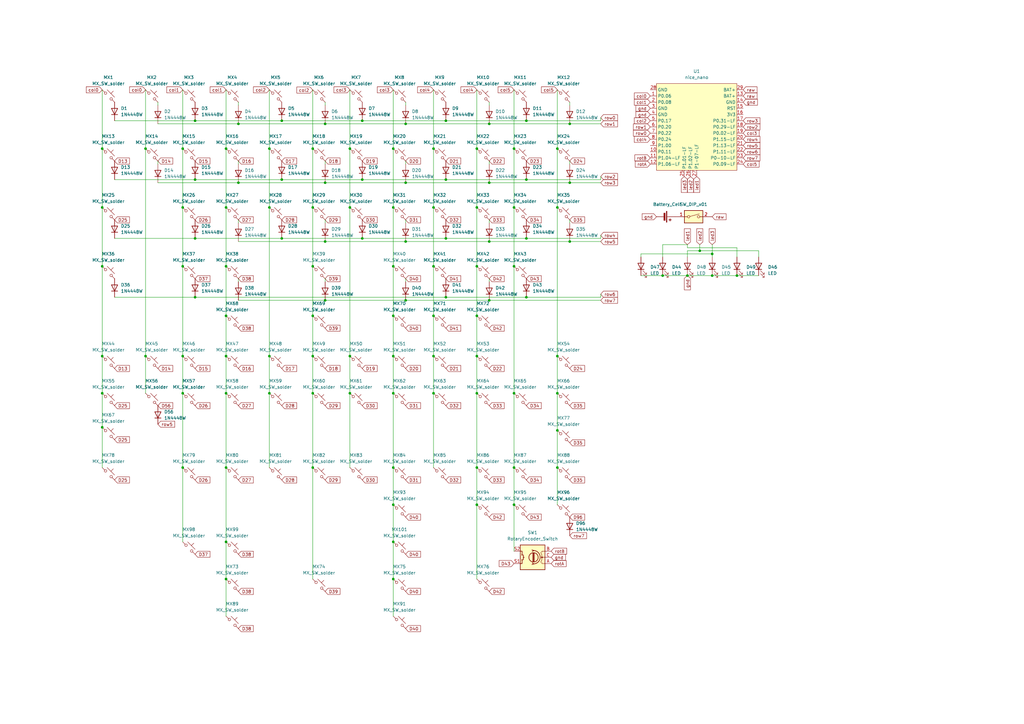
<source format=kicad_sch>
(kicad_sch (version 20230121) (generator eeschema)
  (paper "A3")
  (junction (at 143.51 85.09))
  (junction (at 210.82 161.29))
  (junction (at 128.27 109.22))
  (junction (at 128.27 85.09))
  (junction (at 143.51 60.96))
  (junction (at 215.9 73.66))
  (junction (at 228.6 191.77))
  (junction (at 200.66 99.06))
  (junction (at 128.27 129.54))
  (junction (at 210.82 109.22))
  (junction (at 195.58 129.54))
  (junction (at 97.79 74.93))
  (junction (at 97.79 50.8))
  (junction (at 182.88 73.66))
  (junction (at 287.02 102.87))
  (junction (at 128.27 191.77))
  (junction (at 92.71 191.77))
  (junction (at 177.8 109.22))
  (junction (at 210.82 60.96))
  (junction (at 133.35 74.93))
  (junction (at 80.01 49.53))
  (junction (at 228.6 60.96))
  (junction (at 74.93 161.29))
  (junction (at 161.29 207.01))
  (junction (at 177.8 60.96))
  (junction (at 195.58 207.01))
  (junction (at 41.91 109.22))
  (junction (at 128.27 60.96))
  (junction (at 148.59 49.53))
  (junction (at 41.91 161.29))
  (junction (at 177.8 161.29))
  (junction (at 195.58 191.77))
  (junction (at 161.29 222.25))
  (junction (at 210.82 191.77))
  (junction (at 133.35 99.06))
  (junction (at 166.37 50.8))
  (junction (at 161.29 191.77))
  (junction (at 182.88 121.92))
  (junction (at 115.57 73.66))
  (junction (at 210.82 85.09))
  (junction (at 115.57 97.79))
  (junction (at 143.51 146.05))
  (junction (at 161.29 129.54))
  (junction (at 195.58 146.05))
  (junction (at 110.49 146.05))
  (junction (at 233.68 99.06))
  (junction (at 233.68 50.8))
  (junction (at 148.59 73.66))
  (junction (at 292.1 104.14))
  (junction (at 92.71 146.05))
  (junction (at 195.58 60.96))
  (junction (at 110.49 60.96))
  (junction (at 302.26 113.03))
  (junction (at 228.6 176.53))
  (junction (at 92.71 60.96))
  (junction (at 195.58 109.22))
  (junction (at 74.93 146.05))
  (junction (at 161.29 161.29))
  (junction (at 233.68 74.93))
  (junction (at 143.51 161.29))
  (junction (at 41.91 175.26))
  (junction (at 128.27 161.29))
  (junction (at 215.9 97.79))
  (junction (at 182.88 49.53))
  (junction (at 271.78 113.03))
  (junction (at 228.6 146.05))
  (junction (at 177.8 129.54))
  (junction (at 41.91 85.09))
  (junction (at 161.29 146.05))
  (junction (at 74.93 85.09))
  (junction (at 133.35 50.8))
  (junction (at 292.1 113.03))
  (junction (at 200.66 74.93))
  (junction (at 92.71 161.29))
  (junction (at 166.37 99.06))
  (junction (at 74.93 109.22))
  (junction (at 74.93 191.77))
  (junction (at 110.49 161.29))
  (junction (at 215.9 49.53))
  (junction (at 200.66 123.19))
  (junction (at 161.29 60.96))
  (junction (at 41.91 60.96))
  (junction (at 59.69 146.05))
  (junction (at 133.35 123.19))
  (junction (at 182.88 97.79))
  (junction (at 92.71 237.49))
  (junction (at 177.8 146.05))
  (junction (at 80.01 121.92))
  (junction (at 80.01 97.79))
  (junction (at 195.58 85.09))
  (junction (at 281.94 113.03))
  (junction (at 166.37 123.19))
  (junction (at 195.58 161.29))
  (junction (at 92.71 85.09))
  (junction (at 161.29 237.49))
  (junction (at 128.27 146.05))
  (junction (at 215.9 121.92))
  (junction (at 148.59 97.79))
  (junction (at 200.66 50.8))
  (junction (at 92.71 129.54))
  (junction (at 115.57 49.53))
  (junction (at 210.82 207.01))
  (junction (at 166.37 74.93))
  (junction (at 74.93 60.96))
  (junction (at 228.6 85.09))
  (junction (at 161.29 109.22))
  (junction (at 228.6 161.29))
  (junction (at 80.01 73.66))
  (junction (at 110.49 85.09))
  (junction (at 92.71 109.22))
  (junction (at 177.8 85.09))
  (junction (at 59.69 60.96))
  (junction (at 41.91 146.05))
  (junction (at 92.71 222.25))
  (junction (at 161.29 85.09))
  (wire (pts (xy 177.8 36.83) (xy 177.8 60.96)))
  (wire (pts (xy 128.27 191.77) (xy 128.27 237.49)))
  (wire (pts (xy 97.79 99.06) (xy 133.35 99.06)))
  (wire (pts (xy 92.71 60.96) (xy 92.71 85.09)))
  (wire (pts (xy 80.01 73.66) (xy 115.57 73.66)))
  (wire (pts (xy 161.29 191.77) (xy 161.29 207.01)))
  (wire (pts (xy 161.29 60.96) (xy 161.29 85.09)))
  (wire (pts (xy 166.37 67.31) (xy 166.37 66.04)))
  (wire (pts (xy 195.58 60.96) (xy 195.58 85.09)))
  (wire (pts (xy 133.35 67.31) (xy 133.35 66.04)))
  (wire (pts (xy 161.29 237.49) (xy 161.29 252.73)))
  (wire (pts (xy 246.38 120.65) (xy 246.38 121.92)))
  (wire (pts (xy 161.29 146.05) (xy 161.29 161.29)))
  (wire (pts (xy 200.66 123.19) (xy 246.38 123.19)))
  (wire (pts (xy 195.58 191.77) (xy 195.58 207.01)))
  (wire (pts (xy 271.78 113.03) (xy 281.94 113.03)))
  (wire (pts (xy 166.37 50.8) (xy 200.66 50.8)))
  (wire (pts (xy 200.66 115.57) (xy 200.66 114.3)))
  (wire (pts (xy 143.51 146.05) (xy 143.51 161.29)))
  (wire (pts (xy 195.58 129.54) (xy 195.58 146.05)))
  (wire (pts (xy 128.27 129.54) (xy 128.27 146.05)))
  (wire (pts (xy 228.6 191.77) (xy 228.6 207.01)))
  (wire (pts (xy 92.71 36.83) (xy 92.71 60.96)))
  (wire (pts (xy 46.99 121.92) (xy 80.01 121.92)))
  (wire (pts (xy 262.89 104.14) (xy 262.89 105.41)))
  (wire (pts (xy 166.37 43.18) (xy 166.37 41.91)))
  (wire (pts (xy 166.37 99.06) (xy 200.66 99.06)))
  (wire (pts (xy 233.68 67.31) (xy 233.68 66.04)))
  (wire (pts (xy 59.69 36.83) (xy 59.69 60.96)))
  (wire (pts (xy 161.29 109.22) (xy 161.29 129.54)))
  (wire (pts (xy 46.99 49.53) (xy 80.01 49.53)))
  (wire (pts (xy 133.35 115.57) (xy 133.35 114.3)))
  (wire (pts (xy 195.58 146.05) (xy 195.58 161.29)))
  (wire (pts (xy 74.93 191.77) (xy 74.93 222.25)))
  (wire (pts (xy 133.35 50.8) (xy 166.37 50.8)))
  (wire (pts (xy 97.79 123.19) (xy 133.35 123.19)))
  (wire (pts (xy 41.91 175.26) (xy 41.91 191.77)))
  (wire (pts (xy 182.88 121.92) (xy 215.9 121.92)))
  (wire (pts (xy 133.35 43.18) (xy 133.35 41.91)))
  (wire (pts (xy 281.94 101.6) (xy 302.26 101.6)))
  (wire (pts (xy 59.69 146.05) (xy 59.69 161.29)))
  (wire (pts (xy 92.71 129.54) (xy 92.71 146.05)))
  (wire (pts (xy 133.35 74.93) (xy 166.37 74.93)))
  (wire (pts (xy 143.51 85.09) (xy 143.51 146.05)))
  (wire (pts (xy 128.27 36.83) (xy 128.27 60.96)))
  (wire (pts (xy 133.35 123.19) (xy 166.37 123.19)))
  (wire (pts (xy 128.27 60.96) (xy 128.27 85.09)))
  (wire (pts (xy 302.26 101.6) (xy 302.26 105.41)))
  (wire (pts (xy 210.82 85.09) (xy 210.82 109.22)))
  (wire (pts (xy 41.91 85.09) (xy 41.91 109.22)))
  (wire (pts (xy 177.8 161.29) (xy 177.8 191.77)))
  (wire (pts (xy 148.59 73.66) (xy 182.88 73.66)))
  (wire (pts (xy 80.01 121.92) (xy 182.88 121.92)))
  (wire (pts (xy 246.38 97.79) (xy 215.9 97.79)))
  (wire (pts (xy 287.02 100.33) (xy 287.02 102.87)))
  (wire (pts (xy 148.59 97.79) (xy 182.88 97.79)))
  (wire (pts (xy 228.6 161.29) (xy 228.6 176.53)))
  (wire (pts (xy 200.66 67.31) (xy 200.66 66.04)))
  (wire (pts (xy 166.37 91.44) (xy 166.37 90.17)))
  (wire (pts (xy 210.82 207.01) (xy 210.82 226.06)))
  (wire (pts (xy 195.58 161.29) (xy 195.58 191.77)))
  (wire (pts (xy 246.38 96.52) (xy 246.38 97.79)))
  (wire (pts (xy 97.79 67.31) (xy 97.79 66.04)))
  (wire (pts (xy 41.91 146.05) (xy 41.91 161.29)))
  (wire (pts (xy 110.49 36.83) (xy 110.49 60.96)))
  (wire (pts (xy 97.79 50.8) (xy 133.35 50.8)))
  (wire (pts (xy 128.27 161.29) (xy 128.27 191.77)))
  (wire (pts (xy 200.66 50.8) (xy 233.68 50.8)))
  (wire (pts (xy 210.82 109.22) (xy 210.82 161.29)))
  (wire (pts (xy 271.78 100.33) (xy 271.78 105.41)))
  (wire (pts (xy 228.6 36.83) (xy 228.6 60.96)))
  (wire (pts (xy 74.93 146.05) (xy 74.93 161.29)))
  (wire (pts (xy 110.49 146.05) (xy 110.49 161.29)))
  (wire (pts (xy 166.37 74.93) (xy 200.66 74.93)))
  (wire (pts (xy 281.94 102.87) (xy 281.94 105.41)))
  (wire (pts (xy 246.38 48.26) (xy 246.38 49.53)))
  (wire (pts (xy 195.58 36.83) (xy 195.58 60.96)))
  (wire (pts (xy 143.51 161.29) (xy 143.51 191.77)))
  (wire (pts (xy 177.8 85.09) (xy 177.8 109.22)))
  (wire (pts (xy 182.88 97.79) (xy 215.9 97.79)))
  (wire (pts (xy 110.49 161.29) (xy 110.49 191.77)))
  (wire (pts (xy 292.1 113.03) (xy 281.94 113.03)))
  (wire (pts (xy 110.49 85.09) (xy 110.49 146.05)))
  (wire (pts (xy 210.82 36.83) (xy 210.82 60.96)))
  (wire (pts (xy 92.71 222.25) (xy 92.71 237.49)))
  (wire (pts (xy 80.01 49.53) (xy 115.57 49.53)))
  (wire (pts (xy 262.89 113.03) (xy 271.78 113.03)))
  (wire (pts (xy 182.88 73.66) (xy 215.9 73.66)))
  (wire (pts (xy 74.93 109.22) (xy 74.93 146.05)))
  (wire (pts (xy 161.29 222.25) (xy 161.29 237.49)))
  (wire (pts (xy 46.99 73.66) (xy 80.01 73.66)))
  (wire (pts (xy 41.91 60.96) (xy 41.91 85.09)))
  (wire (pts (xy 128.27 109.22) (xy 128.27 129.54)))
  (wire (pts (xy 287.02 102.87) (xy 281.94 102.87)))
  (wire (pts (xy 292.1 104.14) (xy 292.1 105.41)))
  (wire (pts (xy 195.58 109.22) (xy 195.58 129.54)))
  (wire (pts (xy 80.01 97.79) (xy 115.57 97.79)))
  (wire (pts (xy 228.6 85.09) (xy 228.6 146.05)))
  (wire (pts (xy 200.66 91.44) (xy 200.66 90.17)))
  (wire (pts (xy 210.82 191.77) (xy 210.82 207.01)))
  (wire (pts (xy 311.15 102.87) (xy 311.15 105.41)))
  (wire (pts (xy 64.77 50.8) (xy 97.79 50.8)))
  (wire (pts (xy 97.79 91.44) (xy 97.79 90.17)))
  (wire (pts (xy 92.71 85.09) (xy 92.71 109.22)))
  (wire (pts (xy 133.35 99.06) (xy 166.37 99.06)))
  (wire (pts (xy 195.58 207.01) (xy 195.58 237.49)))
  (wire (pts (xy 97.79 115.57) (xy 97.79 114.3)))
  (wire (pts (xy 115.57 73.66) (xy 148.59 73.66)))
  (wire (pts (xy 292.1 100.33) (xy 292.1 104.14)))
  (wire (pts (xy 128.27 146.05) (xy 128.27 161.29)))
  (wire (pts (xy 92.71 161.29) (xy 92.71 191.77)))
  (wire (pts (xy 210.82 60.96) (xy 210.82 85.09)))
  (wire (pts (xy 281.94 100.33) (xy 271.78 100.33)))
  (wire (pts (xy 143.51 60.96) (xy 143.51 85.09)))
  (wire (pts (xy 41.91 161.29) (xy 41.91 175.26)))
  (wire (pts (xy 228.6 146.05) (xy 228.6 161.29)))
  (wire (pts (xy 161.29 207.01) (xy 161.29 222.25)))
  (wire (pts (xy 74.93 60.96) (xy 74.93 85.09)))
  (wire (pts (xy 177.8 146.05) (xy 177.8 161.29)))
  (wire (pts (xy 46.99 97.79) (xy 80.01 97.79)))
  (wire (pts (xy 246.38 121.92) (xy 215.9 121.92)))
  (wire (pts (xy 228.6 176.53) (xy 228.6 191.77)))
  (wire (pts (xy 228.6 60.96) (xy 228.6 85.09)))
  (wire (pts (xy 166.37 115.57) (xy 166.37 114.3)))
  (wire (pts (xy 233.68 91.44) (xy 233.68 90.17)))
  (wire (pts (xy 115.57 49.53) (xy 148.59 49.53)))
  (wire (pts (xy 161.29 36.83) (xy 161.29 60.96)))
  (wire (pts (xy 115.57 97.79) (xy 148.59 97.79)))
  (wire (pts (xy 177.8 109.22) (xy 177.8 129.54)))
  (wire (pts (xy 92.71 191.77) (xy 92.71 222.25)))
  (wire (pts (xy 128.27 85.09) (xy 128.27 109.22)))
  (wire (pts (xy 182.88 49.53) (xy 215.9 49.53)))
  (wire (pts (xy 281.94 100.33) (xy 281.94 101.6)))
  (wire (pts (xy 246.38 50.8) (xy 233.68 50.8)))
  (wire (pts (xy 74.93 161.29) (xy 74.93 191.77)))
  (wire (pts (xy 292.1 113.03) (xy 302.26 113.03)))
  (wire (pts (xy 133.35 91.44) (xy 133.35 90.17)))
  (wire (pts (xy 292.1 104.14) (xy 262.89 104.14)))
  (wire (pts (xy 177.8 60.96) (xy 177.8 85.09)))
  (wire (pts (xy 246.38 49.53) (xy 215.9 49.53)))
  (wire (pts (xy 64.77 74.93) (xy 97.79 74.93)))
  (wire (pts (xy 148.59 49.53) (xy 182.88 49.53)))
  (wire (pts (xy 161.29 85.09) (xy 161.29 109.22)))
  (wire (pts (xy 246.38 74.93) (xy 233.68 74.93)))
  (wire (pts (xy 302.26 113.03) (xy 311.15 113.03)))
  (wire (pts (xy 166.37 123.19) (xy 200.66 123.19)))
  (wire (pts (xy 41.91 109.22) (xy 41.91 146.05)))
  (wire (pts (xy 74.93 36.83) (xy 74.93 60.96)))
  (wire (pts (xy 143.51 36.83) (xy 143.51 60.96)))
  (wire (pts (xy 97.79 43.18) (xy 97.79 41.91)))
  (wire (pts (xy 64.77 67.31) (xy 64.77 66.04)))
  (wire (pts (xy 110.49 60.96) (xy 110.49 85.09)))
  (wire (pts (xy 64.77 43.18) (xy 64.77 41.91)))
  (wire (pts (xy 161.29 129.54) (xy 161.29 146.05)))
  (wire (pts (xy 233.68 43.18) (xy 233.68 41.91)))
  (wire (pts (xy 287.02 102.87) (xy 311.15 102.87)))
  (wire (pts (xy 59.69 60.96) (xy 59.69 146.05)))
  (wire (pts (xy 200.66 99.06) (xy 233.68 99.06)))
  (wire (pts (xy 195.58 85.09) (xy 195.58 109.22)))
  (wire (pts (xy 161.29 161.29) (xy 161.29 191.77)))
  (wire (pts (xy 92.71 109.22) (xy 92.71 129.54)))
  (wire (pts (xy 215.9 73.66) (xy 246.38 73.66)))
  (wire (pts (xy 41.91 36.83) (xy 41.91 60.96)))
  (wire (pts (xy 97.79 74.93) (xy 133.35 74.93)))
  (wire (pts (xy 200.66 43.18) (xy 200.66 41.91)))
  (wire (pts (xy 246.38 72.39) (xy 246.38 73.66)))
  (wire (pts (xy 210.82 161.29) (xy 210.82 191.77)))
  (wire (pts (xy 92.71 237.49) (xy 92.71 252.73)))
  (wire (pts (xy 74.93 85.09) (xy 74.93 109.22)))
  (wire (pts (xy 92.71 146.05) (xy 92.71 161.29)))
  (wire (pts (xy 177.8 129.54) (xy 177.8 146.05)))
  (wire (pts (xy 233.68 99.06) (xy 246.38 99.06)))
  (wire (pts (xy 200.66 74.93) (xy 233.68 74.93)))
  (global_label "D28" (shape input) (at 115.57 196.85 0) (property "Intersheetrefs" "${INTERSHEET_REFS}" (effects hide)))
  (global_label "D43" (shape input) (at 215.9 114.3 0) (property "Intersheetrefs" "${INTERSHEET_REFS}" (effects hide)))
  (global_label "row5" (shape input) (at 246.38 99.06 0) (property "Intersheetrefs" "${INTERSHEET_REFS}" (effects hide)))
  (global_label "col2" (shape input) (at 110.49 36.83 180) (property "Intersheetrefs" "${INTERSHEET_REFS}" (effects hide)))
  (global_label "D39" (shape input) (at 133.35 242.57 0) (property "Intersheetrefs" "${INTERSHEET_REFS}" (effects hide)))
  (global_label "D35" (shape input) (at 233.68 90.17 0) (property "Intersheetrefs" "${INTERSHEET_REFS}" (effects hide)))
  (global_label "col0" (shape input) (at 266.7 39.37 180) (property "Intersheetrefs" "${INTERSHEET_REFS}" (effects hide)))
  (global_label "D29" (shape input) (at 133.35 196.85 0) (property "Intersheetrefs" "${INTERSHEET_REFS}" (effects hide)))
  (global_label "col1" (shape input) (at 92.71 36.83 180) (property "Intersheetrefs" "${INTERSHEET_REFS}" (effects hide)))
  (global_label "led3" (shape input) (at 280.67 72.39 270) (property "Intersheetrefs" "${INTERSHEET_REFS}" (effects hide)))
  (global_label "led2" (shape input) (at 283.21 72.39 270) (property "Intersheetrefs" "${INTERSHEET_REFS}" (effects hide)))
  (global_label "gnd" (shape input) (at 269.24 88.9 180) (property "Intersheetrefs" "${INTERSHEET_REFS}" (effects hide)))
  (global_label "D35" (shape input) (at 233.68 196.85 0) (property "Intersheetrefs" "${INTERSHEET_REFS}" (effects hide)))
  (global_label "D31" (shape input) (at 166.37 196.85 0) (property "Intersheetrefs" "${INTERSHEET_REFS}" (effects hide)))
  (global_label "D17" (shape input) (at 115.57 66.04 0) (property "Intersheetrefs" "${INTERSHEET_REFS}" (effects hide)))
  (global_label "D34" (shape input) (at 215.9 90.17 0) (property "Intersheetrefs" "${INTERSHEET_REFS}" (effects hide)))
  (global_label "row6" (shape input) (at 246.38 120.65 0) (property "Intersheetrefs" "${INTERSHEET_REFS}" (effects hide)))
  (global_label "D19" (shape input) (at 148.59 151.13 0) (property "Intersheetrefs" "${INTERSHEET_REFS}" (effects hide)))
  (global_label "raw" (shape input) (at 304.8 36.83 0) (property "Intersheetrefs" "${INTERSHEET_REFS}" (effects hide)))
  (global_label "D41" (shape input) (at 182.88 134.62 0) (property "Intersheetrefs" "${INTERSHEET_REFS}" (effects hide)))
  (global_label "D28" (shape input) (at 115.57 90.17 0) (property "Intersheetrefs" "${INTERSHEET_REFS}" (effects hide)))
  (global_label "D15" (shape input) (at 80.01 151.13 0) (property "Intersheetrefs" "${INTERSHEET_REFS}" (effects hide)))
  (global_label "raw" (shape input) (at 292.1 88.9 0) (property "Intersheetrefs" "${INTERSHEET_REFS}" (effects hide)))
  (global_label "col2" (shape input) (at 266.7 49.53 180) (property "Intersheetrefs" "${INTERSHEET_REFS}" (effects hide)))
  (global_label "D42" (shape input) (at 200.66 212.09 0) (property "Intersheetrefs" "${INTERSHEET_REFS}" (effects hide)))
  (global_label "D33" (shape input) (at 200.66 196.85 0) (property "Intersheetrefs" "${INTERSHEET_REFS}" (effects hide)))
  (global_label "D38" (shape input) (at 97.79 134.62 0) (property "Intersheetrefs" "${INTERSHEET_REFS}" (effects hide)))
  (global_label "D20" (shape input) (at 166.37 151.13 0) (property "Intersheetrefs" "${INTERSHEET_REFS}" (effects hide)))
  (global_label "D30" (shape input) (at 148.59 166.37 0) (property "Intersheetrefs" "${INTERSHEET_REFS}" (effects hide)))
  (global_label "D27" (shape input) (at 97.79 196.85 0) (property "Intersheetrefs" "${INTERSHEET_REFS}" (effects hide)))
  (global_label "D25" (shape input) (at 46.99 196.85 0) (property "Intersheetrefs" "${INTERSHEET_REFS}" (effects hide)))
  (global_label "gnd" (shape input) (at 281.94 113.03 270) (property "Intersheetrefs" "${INTERSHEET_REFS}" (effects hide)))
  (global_label "D26" (shape input) (at 80.01 196.85 0) (property "Intersheetrefs" "${INTERSHEET_REFS}" (effects hide)))
  (global_label "D26" (shape input) (at 80.01 90.17 0) (property "Intersheetrefs" "${INTERSHEET_REFS}" (effects hide)))
  (global_label "D27" (shape input) (at 97.79 90.17 0) (property "Intersheetrefs" "${INTERSHEET_REFS}" (effects hide)))
  (global_label "rotB" (shape input) (at 266.7 64.77 180) (property "Intersheetrefs" "${INTERSHEET_REFS}" (effects hide)))
  (global_label "D37" (shape input) (at 80.01 114.3 0) (property "Intersheetrefs" "${INTERSHEET_REFS}" (effects hide)))
  (global_label "D25" (shape input) (at 46.99 90.17 0) (property "Intersheetrefs" "${INTERSHEET_REFS}" (effects hide)))
  (global_label "D21" (shape input) (at 182.88 151.13 0) (property "Intersheetrefs" "${INTERSHEET_REFS}" (effects hide)))
  (global_label "col3" (shape input) (at 143.51 36.83 180) (property "Intersheetrefs" "${INTERSHEET_REFS}" (effects hide)))
  (global_label "D28" (shape input) (at 115.57 166.37 0) (property "Intersheetrefs" "${INTERSHEET_REFS}" (effects hide)))
  (global_label "D22" (shape input) (at 200.66 151.13 0) (property "Intersheetrefs" "${INTERSHEET_REFS}" (effects hide)))
  (global_label "D17" (shape input) (at 115.57 151.13 0) (property "Intersheetrefs" "${INTERSHEET_REFS}" (effects hide)))
  (global_label "row7" (shape input) (at 233.68 219.71 0) (property "Intersheetrefs" "${INTERSHEET_REFS}" (effects hide)))
  (global_label "D13" (shape input) (at 46.99 151.13 0) (property "Intersheetrefs" "${INTERSHEET_REFS}" (effects hide)))
  (global_label "D26" (shape input) (at 80.01 166.37 0) (property "Intersheetrefs" "${INTERSHEET_REFS}" (effects hide)))
  (global_label "D56" (shape input) (at 64.77 166.37 0) (property "Intersheetrefs" "${INTERSHEET_REFS}" (effects hide)))
  (global_label "row4" (shape input) (at 304.8 57.15 0) (property "Intersheetrefs" "${INTERSHEET_REFS}" (effects hide)))
  (global_label "D32" (shape input) (at 182.88 166.37 0) (property "Intersheetrefs" "${INTERSHEET_REFS}" (effects hide)))
  (global_label "row3" (shape input) (at 304.8 49.53 0) (property "Intersheetrefs" "${INTERSHEET_REFS}" (effects hide)))
  (global_label "D33" (shape input) (at 200.66 166.37 0) (property "Intersheetrefs" "${INTERSHEET_REFS}" (effects hide)))
  (global_label "D32" (shape input) (at 182.88 196.85 0) (property "Intersheetrefs" "${INTERSHEET_REFS}" (effects hide)))
  (global_label "col4" (shape input) (at 177.8 36.83 180) (property "Intersheetrefs" "${INTERSHEET_REFS}" (effects hide)))
  (global_label "gnd" (shape input) (at 266.7 46.99 180) (property "Intersheetrefs" "${INTERSHEET_REFS}" (effects hide)))
  (global_label "D32" (shape input) (at 182.88 90.17 0) (property "Intersheetrefs" "${INTERSHEET_REFS}" (effects hide)))
  (global_label "D40" (shape input) (at 166.37 257.81 0) (property "Intersheetrefs" "${INTERSHEET_REFS}" (effects hide)))
  (global_label "col3" (shape input) (at 161.29 36.83 180) (property "Intersheetrefs" "${INTERSHEET_REFS}" (effects hide)))
  (global_label "D39" (shape input) (at 133.35 114.3 0) (property "Intersheetrefs" "${INTERSHEET_REFS}" (effects hide)))
  (global_label "D24" (shape input) (at 233.68 66.04 0) (property "Intersheetrefs" "${INTERSHEET_REFS}" (effects hide)))
  (global_label "col4" (shape input) (at 195.58 36.83 180) (property "Intersheetrefs" "${INTERSHEET_REFS}" (effects hide)))
  (global_label "D23" (shape input) (at 215.9 66.04 0) (property "Intersheetrefs" "${INTERSHEET_REFS}" (effects hide)))
  (global_label "row7" (shape input) (at 304.8 64.77 0) (property "Intersheetrefs" "${INTERSHEET_REFS}" (effects hide)))
  (global_label "gnd" (shape input) (at 266.7 44.45 180) (property "Intersheetrefs" "${INTERSHEET_REFS}" (effects hide)))
  (global_label "D24" (shape input) (at 233.68 151.13 0) (property "Intersheetrefs" "${INTERSHEET_REFS}" (effects hide)))
  (global_label "col0" (shape input) (at 41.91 36.83 180) (property "Intersheetrefs" "${INTERSHEET_REFS}" (effects hide)))
  (global_label "D40" (shape input) (at 166.37 227.33 0) (property "Intersheetrefs" "${INTERSHEET_REFS}" (effects hide)))
  (global_label "D18" (shape input) (at 133.35 66.04 0) (property "Intersheetrefs" "${INTERSHEET_REFS}" (effects hide)))
  (global_label "gnd" (shape input) (at 226.06 228.6 0) (property "Intersheetrefs" "${INTERSHEET_REFS}" (effects hide)))
  (global_label "row5" (shape input) (at 64.77 173.99 0) (property "Intersheetrefs" "${INTERSHEET_REFS}" (effects hide)))
  (global_label "col0" (shape input) (at 59.69 36.83 180) (property "Intersheetrefs" "${INTERSHEET_REFS}" (effects hide)))
  (global_label "D30" (shape input) (at 148.59 90.17 0) (property "Intersheetrefs" "${INTERSHEET_REFS}" (effects hide)))
  (global_label "col5" (shape input) (at 304.8 67.31 0) (property "Intersheetrefs" "${INTERSHEET_REFS}" (effects hide)))
  (global_label "row1" (shape input) (at 266.7 52.07 180) (property "Intersheetrefs" "${INTERSHEET_REFS}" (effects hide)))
  (global_label "D29" (shape input) (at 133.35 90.17 0) (property "Intersheetrefs" "${INTERSHEET_REFS}" (effects hide)))
  (global_label "D16" (shape input) (at 97.79 151.13 0) (property "Intersheetrefs" "${INTERSHEET_REFS}" (effects hide)))
  (global_label "row3" (shape input) (at 246.38 74.93 0) (property "Intersheetrefs" "${INTERSHEET_REFS}" (effects hide)))
  (global_label "D13" (shape input) (at 46.99 66.04 0) (property "Intersheetrefs" "${INTERSHEET_REFS}" (effects hide)))
  (global_label "col4" (shape input) (at 266.7 57.15 180) (property "Intersheetrefs" "${INTERSHEET_REFS}" (effects hide)))
  (global_label "D27" (shape input) (at 97.79 166.37 0) (property "Intersheetrefs" "${INTERSHEET_REFS}" (effects hide)))
  (global_label "rotB" (shape input) (at 226.06 226.06 0) (property "Intersheetrefs" "${INTERSHEET_REFS}" (effects hide)))
  (global_label "D34" (shape input) (at 215.9 196.85 0) (property "Intersheetrefs" "${INTERSHEET_REFS}" (effects hide)))
  (global_label "D40" (shape input) (at 166.37 242.57 0) (property "Intersheetrefs" "${INTERSHEET_REFS}" (effects hide)))
  (global_label "row1" (shape input) (at 246.38 50.8 0) (property "Intersheetrefs" "${INTERSHEET_REFS}" (effects hide)))
  (global_label "D31" (shape input) (at 166.37 90.17 0) (property "Intersheetrefs" "${INTERSHEET_REFS}" (effects hide)))
  (global_label "row6" (shape input) (at 304.8 62.23 0) (property "Intersheetrefs" "${INTERSHEET_REFS}" (effects hide)))
  (global_label "row5" (shape input) (at 304.8 59.69 0) (property "Intersheetrefs" "${INTERSHEET_REFS}" (effects hide)))
  (global_label "D96" (shape input) (at 233.68 212.09 0) (property "Intersheetrefs" "${INTERSHEET_REFS}" (effects hide)))
  (global_label "col2" (shape input) (at 128.27 36.937 180) (property "Intersheetrefs" "${INTERSHEET_REFS}" (effects hide)))
  (global_label "col5" (shape input) (at 228.6 36.83 180) (property "Intersheetrefs" "${INTERSHEET_REFS}" (effects hide)))
  (global_label "D37" (shape input) (at 80.01 227.33 0) (property "Intersheetrefs" "${INTERSHEET_REFS}" (effects hide)))
  (global_label "rotA" (shape input) (at 226.06 231.14 0) (property "Intersheetrefs" "${INTERSHEET_REFS}" (effects hide)))
  (global_label "led1" (shape input) (at 285.75 72.39 270) (property "Intersheetrefs" "${INTERSHEET_REFS}" (effects hide)))
  (global_label "D41" (shape input) (at 182.88 114.3 0) (property "Intersheetrefs" "${INTERSHEET_REFS}" (effects hide)))
  (global_label "D33" (shape input) (at 200.66 90.17 0) (property "Intersheetrefs" "${INTERSHEET_REFS}" (effects hide)))
  (global_label "D43" (shape input) (at 210.82 231.14 180) (property "Intersheetrefs" "${INTERSHEET_REFS}" (effects hide)))
  (global_label "D18" (shape input) (at 133.35 151.13 0) (property "Intersheetrefs" "${INTERSHEET_REFS}" (effects hide)))
  (global_label "led2" (shape input) (at 287.02 100.33 90) (property "Intersheetrefs" "${INTERSHEET_REFS}" (effects hide)))
  (global_label "col3" (shape input) (at 304.8 54.61 0) (property "Intersheetrefs" "${INTERSHEET_REFS}" (effects hide)))
  (global_label "D39" (shape input) (at 133.35 134.62 0) (property "Intersheetrefs" "${INTERSHEET_REFS}" (effects hide)))
  (global_label "row7" (shape input) (at 246.38 123.19 0) (property "Intersheetrefs" "${INTERSHEET_REFS}" (effects hide)))
  (global_label "D29" (shape input) (at 133.35 166.37 0) (property "Intersheetrefs" "${INTERSHEET_REFS}" (effects hide)))
  (global_label "D25" (shape input) (at 46.99 166.37 0) (property "Intersheetrefs" "${INTERSHEET_REFS}" (effects hide)))
  (global_label "led1" (shape input) (at 281.94 100.33 90) (property "Intersheetrefs" "${INTERSHEET_REFS}" (effects hide)))
  (global_label "D38" (shape input) (at 97.79 114.3 0) (property "Intersheetrefs" "${INTERSHEET_REFS}" (effects hide)))
  (global_label "D38" (shape input) (at 97.79 242.57 0) (property "Intersheetrefs" "${INTERSHEET_REFS}" (effects hide)))
  (global_label "D14" (shape input) (at 64.77 66.04 0) (property "Intersheetrefs" "${INTERSHEET_REFS}" (effects hide)))
  (global_label "D20" (shape input) (at 166.37 66.04 0) (property "Intersheetrefs" "${INTERSHEET_REFS}" (effects hide)))
  (global_label "col5" (shape input) (at 210.82 36.83 180) (property "Intersheetrefs" "${INTERSHEET_REFS}" (effects hide)))
  (global_label "D38" (shape input) (at 97.79 257.81 0) (property "Intersheetrefs" "${INTERSHEET_REFS}" (effects hide)))
  (global_label "D30" (shape input) (at 148.59 196.85 0) (property "Intersheetrefs" "${INTERSHEET_REFS}" (effects hide)))
  (global_label "row0" (shape input) (at 266.7 54.61 180) (property "Intersheetrefs" "${INTERSHEET_REFS}" (effects hide)))
  (global_label "D38" (shape input) (at 97.79 227.33 0) (property "Intersheetrefs" "${INTERSHEET_REFS}" (effects hide)))
  (global_label "D43" (shape input) (at 215.9 212.09 0) (property "Intersheetrefs" "${INTERSHEET_REFS}" (effects hide)))
  (global_label "gnd" (shape input) (at 304.8 41.91 0) (property "Intersheetrefs" "${INTERSHEET_REFS}" (effects hide)))
  (global_label "col1" (shape input) (at 74.93 36.83 180) (property "Intersheetrefs" "${INTERSHEET_REFS}" (effects hide)))
  (global_label "D40" (shape input) (at 166.37 114.3 0) (property "Intersheetrefs" "${INTERSHEET_REFS}" (effects hide)))
  (global_label "row4" (shape input) (at 246.38 96.52 0) (property "Intersheetrefs" "${INTERSHEET_REFS}" (effects hide)))
  (global_label "row0" (shape input) (at 246.38 48.26 0) (property "Intersheetrefs" "${INTERSHEET_REFS}" (effects hide)))
  (global_label "D42" (shape input) (at 200.66 242.57 0) (property "Intersheetrefs" "${INTERSHEET_REFS}" (effects hide)))
  (global_label "D35" (shape input) (at 233.68 166.37 0) (property "Intersheetrefs" "${INTERSHEET_REFS}" (effects hide)))
  (global_label "D22" (shape input) (at 200.66 66.04 0) (property "Intersheetrefs" "${INTERSHEET_REFS}" (effects hide)))
  (global_label "col1" (shape input) (at 266.7 41.91 180) (property "Intersheetrefs" "${INTERSHEET_REFS}" (effects hide)))
  (global_label "D14" (shape input) (at 64.77 151.13 0) (property "Intersheetrefs" "${INTERSHEET_REFS}" (effects hide)))
  (global_label "D16" (shape input) (at 97.79 66.04 0) (property "Intersheetrefs" "${INTERSHEET_REFS}" (effects hide)))
  (global_label "rotA" (shape input) (at 266.7 67.31 180) (property "Intersheetrefs" "${INTERSHEET_REFS}" (effects hide)))
  (global_label "raw" (shape input) (at 304.8 39.37 0) (property "Intersheetrefs" "${INTERSHEET_REFS}" (effects hide)))
  (global_label "D31" (shape input) (at 166.37 166.37 0) (property "Intersheetrefs" "${INTERSHEET_REFS}" (effects hide)))
  (global_label "D42" (shape input) (at 200.66 134.62 0) (property "Intersheetrefs" "${INTERSHEET_REFS}" (effects hide)))
  (global_label "D15" (shape input) (at 80.01 66.04 0) (property "Intersheetrefs" "${INTERSHEET_REFS}" (effects hide)))
  (global_label "row2" (shape input) (at 246.38 72.39 0) (property "Intersheetrefs" "${INTERSHEET_REFS}" (effects hide)))
  (global_label "D19" (shape input) (at 148.59 66.04 0) (property "Intersheetrefs" "${INTERSHEET_REFS}" (effects hide)))
  (global_label "row2" (shape input) (at 304.8 52.07 0) (property "Intersheetrefs" "${INTERSHEET_REFS}" (effects hide)))
  (global_label "D40" (shape input) (at 166.37 134.62 0) (property "Intersheetrefs" "${INTERSHEET_REFS}" (effects hide)))
  (global_label "D21" (shape input) (at 182.88 66.04 0) (property "Intersheetrefs" "${INTERSHEET_REFS}" (effects hide)))
  (global_label "D34" (shape input) (at 215.9 166.37 0) (property "Intersheetrefs" "${INTERSHEET_REFS}" (effects hide)))
  (global_label "D25" (shape input) (at 46.99 180.34 0) (property "Intersheetrefs" "${INTERSHEET_REFS}" (effects hide)))
  (global_label "D42" (shape input) (at 200.66 114.3 0) (property "Intersheetrefs" "${INTERSHEET_REFS}" (effects hide)))
  (global_label "D40" (shape input) (at 166.37 212.09 0) (property "Intersheetrefs" "${INTERSHEET_REFS}" (effects hide)))
  (global_label "D35" (shape input) (at 233.68 181.61 0) (property "Intersheetrefs" "${INTERSHEET_REFS}" (effects hide)))
  (global_label "led3" (shape input) (at 292.1 100.33 90) (property "Intersheetrefs" "${INTERSHEET_REFS}" (effects hide)))
  (symbol (lib_id "PCM_marbastlib-mx:MX_SW_solder") (at 231.14 39.37 0) (unit 1)
    (property "Reference" "MX12" (at 231.14 31.75 0))
    (property "Value" "MX_SW_solder" (at 231.14 34.29 0))
    (property "Footprint" "Kicad footprints:gateron-ks27" (effects hide))
  )
  (symbol (lib_id "PCM_marbastlib-mx:MX_SW_solder") (at 231.14 148.59 0) (unit 1)
    (property "Reference" "MX54" (at 231.14 140.97 0))
    (property "Value" "MX_SW_solder" (at 231.14 143.51 0))
    (property "Footprint" "Kicad footprints:gateron-ks27" (effects hide))
  )
  (symbol (lib_id "PCM_marbastlib-mx:MX_SW_solder") (at 44.45 194.31 0) (unit 1)
    (property "Reference" "MX78" (at 44.45 186.69 0))
    (property "Value" "MX_SW_solder" (at 44.45 189.23 0))
    (property "Footprint" "Kicad footprints:gateron-ks27" (effects hide))
  )
  (symbol (lib_id "Diode:1N4448W") (at 166.37 119.38 90) (unit 1)
    (property "Reference" "D40" (at 168.91 118.11 90) (effects (justify right)))
    (property "Value" "1N4448W" (at 168.91 120.65 90) (effects (justify right)))
    (property "Footprint" "Kicad footprints:D_SOD-123 invisible designator" (effects hide))
    (property "Datasheet" "https://www.vishay.com/docs/85722/1n4448w.pdf" (effects hide))
    (property "Sim.Device" "D" (effects hide))
    (property "Sim.Pins" "1=K 2=A" (effects hide))
  )
  (symbol (lib_id "Diode:1N4448W") (at 133.35 119.38 90) (unit 1)
    (property "Reference" "D39" (at 135.89 118.11 90) (effects (justify right)))
    (property "Value" "1N4448W" (at 135.89 120.65 90) (effects (justify right)))
    (property "Footprint" "Kicad footprints:D_SOD-123 invisible designator" (effects hide))
    (property "Datasheet" "https://www.vishay.com/docs/85722/1n4448w.pdf" (effects hide))
    (property "Sim.Device" "D" (effects hide))
    (property "Sim.Pins" "1=K 2=A" (effects hide))
  )
  (symbol (lib_id "PCM_marbastlib-mx:MX_SW_solder") (at 163.83 111.76 0) (unit 1)
    (property "Reference" "MX40" (at 163.83 104.14 0))
    (property "Value" "MX_SW_solder" (at 163.83 106.68 0))
    (property "Footprint" "Kicad footprints:gateron-ks27" (effects hide))
  )
  (symbol (lib_id "PCM_marbastlib-mx:MX_SW_solder") (at 130.81 194.31 0) (unit 1)
    (property "Reference" "MX82" (at 130.81 186.69 0))
    (property "Value" "MX_SW_solder" (at 130.81 189.23 0))
    (property "Footprint" "Kicad footprints:gateron-ks27" (effects hide))
  )
  (symbol (lib_id "Device:LED") (at 271.78 109.22 90) (unit 1)
    (property "Reference" "D44" (at 275.59 109.5375 90) (effects (justify right)))
    (property "Value" "LED" (at 275.59 112.0775 90) (effects (justify right)))
    (property "Footprint" "LED_THT:LED_D3.0mm" (effects hide))
  )
  (symbol (lib_id "PCM_marbastlib-mx:MX_SW_solder") (at 95.25 39.37 0) (unit 1)
    (property "Reference" "MX4" (at 95.25 31.75 0))
    (property "Value" "MX_SW_solder" (at 95.25 34.29 0))
    (property "Footprint" "Kicad footprints:gateron-ks27" (effects hide))
  )
  (symbol (lib_id "PCM_marbastlib-mx:MX_SW_solder") (at 113.03 87.63 0) (unit 1)
    (property "Reference" "MX28" (at 113.03 80.01 0))
    (property "Value" "MX_SW_solder" (at 113.03 82.55 0))
    (property "Footprint" "Kicad footprints:gateron-ks27" (effects hide))
  )
  (symbol (lib_id "Diode:1N4448W") (at 64.77 46.99 90) (unit 1)
    (property "Reference" "D2" (at 67.31 45.72 90) (effects (justify right)))
    (property "Value" "1N4448W" (at 67.31 48.26 90) (effects (justify right)))
    (property "Footprint" "Kicad footprints:D_SOD-123 invisible designator" (effects hide))
    (property "Datasheet" "https://www.vishay.com/docs/85722/1n4448w.pdf" (effects hide))
    (property "Sim.Device" "D" (effects hide))
    (property "Sim.Pins" "1=K 2=A" (effects hide))
  )
  (symbol (lib_id "PCM_marbastlib-mx:MX_SW_solder") (at 95.25 111.76 0) (unit 1)
    (property "Reference" "MX38" (at 95.25 104.14 0))
    (property "Value" "MX_SW_solder" (at 95.25 106.68 0))
    (property "Footprint" "Kicad footprints:gateron-ks27" (effects hide))
  )
  (symbol (lib_id "PCM_marbastlib-mx:MX_SW_solder") (at 231.14 194.31 0) (unit 1)
    (property "Reference" "MX88" (at 231.14 186.69 0))
    (property "Value" "MX_SW_solder" (at 231.14 189.23 0))
    (property "Footprint" "Kicad footprints:gateron-ks27" (effects hide))
  )
  (symbol (lib_id "PCM_marbastlib-mx:MX_SW_solder") (at 95.25 87.63 0) (unit 1)
    (property "Reference" "MX27" (at 95.25 80.01 0))
    (property "Value" "MX_SW_solder" (at 95.25 82.55 0))
    (property "Footprint" "Kicad footprints:gateron-ks27" (effects hide))
  )
  (symbol (lib_id "PCM_marbastlib-mx:MX_SW_solder") (at 113.03 39.37 0) (unit 1)
    (property "Reference" "MX5" (at 113.03 31.75 0))
    (property "Value" "MX_SW_solder" (at 113.03 34.29 0))
    (property "Footprint" "Kicad footprints:gateron-ks27" (effects hide))
  )
  (symbol (lib_id "Diode:1N4448W") (at 233.68 71.12 90) (unit 1)
    (property "Reference" "D24" (at 236.22 69.85 90) (effects (justify right)))
    (property "Value" "1N4448W" (at 236.22 72.39 90) (effects (justify right)))
    (property "Footprint" "Kicad footprints:D_SOD-123 invisible designator" (effects hide))
    (property "Datasheet" "https://www.vishay.com/docs/85722/1n4448w.pdf" (effects hide))
    (property "Sim.Device" "D" (effects hide))
    (property "Sim.Pins" "1=K 2=A" (effects hide))
  )
  (symbol (lib_id "PCM_marbastlib-mx:MX_SW_solder") (at 180.34 148.59 0) (unit 1)
    (property "Reference" "MX52" (at 180.34 140.97 0))
    (property "Value" "MX_SW_solder" (at 180.34 143.51 0))
    (property "Footprint" "Kicad footprints:gateron-ks27" (effects hide))
  )
  (symbol (lib_id "Diode:1N4448W") (at 115.57 93.98 90) (unit 1)
    (property "Reference" "D28" (at 118.11 92.71 90) (effects (justify right)))
    (property "Value" "1N4448W" (at 118.11 95.25 90) (effects (justify right)))
    (property "Footprint" "Kicad footprints:D_SOD-123 invisible designator" (effects hide))
    (property "Datasheet" "https://www.vishay.com/docs/85722/1n4448w.pdf" (effects hide))
    (property "Sim.Device" "D" (effects hide))
    (property "Sim.Pins" "1=K 2=A" (effects hide))
  )
  (symbol (lib_id "Diode:1N4448W") (at 80.01 93.98 90) (unit 1)
    (property "Reference" "D26" (at 82.55 92.71 90) (effects (justify right)))
    (property "Value" "1N4448W" (at 82.55 95.25 90) (effects (justify right)))
    (property "Footprint" "Kicad footprints:D_SOD-123 invisible designator" (effects hide))
    (property "Datasheet" "https://www.vishay.com/docs/85722/1n4448w.pdf" (effects hide))
    (property "Sim.Device" "D" (effects hide))
    (property "Sim.Pins" "1=K 2=A" (effects hide))
  )
  (symbol (lib_id "Diode:1N4448W") (at 115.57 45.72 90) (unit 1)
    (property "Reference" "D5" (at 118.11 44.45 90) (effects (justify right)))
    (property "Value" "1N4448W" (at 118.11 46.99 90) (effects (justify right)))
    (property "Footprint" "Kicad footprints:D_SOD-123 invisible designator" (effects hide))
    (property "Datasheet" "https://www.vishay.com/docs/85722/1n4448w.pdf" (effects hide))
    (property "Sim.Device" "D" (effects hide))
    (property "Sim.Pins" "1=K 2=A" (effects hide))
  )
  (symbol (lib_id "PCM_marbastlib-mx:MX_SW_solder") (at 213.36 87.63 0) (unit 1)
    (property "Reference" "MX34" (at 213.36 80.01 0))
    (property "Value" "MX_SW_solder" (at 213.36 82.55 0))
    (property "Footprint" "Kicad footprints:gateron-ks27" (effects hide))
  )
  (symbol (lib_id "PCM_marbastlib-mx:MX_SW_solder") (at 95.25 63.5 0) (unit 1)
    (property "Reference" "MX16" (at 95.25 55.88 0))
    (property "Value" "MX_SW_solder" (at 95.25 58.42 0))
    (property "Footprint" "Kicad footprints:gateron-ks27" (effects hide))
  )
  (symbol (lib_id "Diode:1N4448W") (at 148.59 45.72 90) (unit 1)
    (property "Reference" "D7" (at 151.13 44.45 90) (effects (justify right)))
    (property "Value" "1N4448W" (at 151.13 46.99 90) (effects (justify right)))
    (property "Footprint" "Kicad footprints:D_SOD-123 invisible designator" (effects hide))
    (property "Datasheet" "https://www.vishay.com/docs/85722/1n4448w.pdf" (effects hide))
    (property "Sim.Device" "D" (effects hide))
    (property "Sim.Pins" "1=K 2=A" (effects hide))
  )
  (symbol (lib_id "PCM_marbastlib-mx:MX_SW_solder") (at 77.47 87.63 0) (unit 1)
    (property "Reference" "MX26" (at 77.47 80.01 0))
    (property "Value" "MX_SW_solder" (at 77.47 82.55 0))
    (property "Footprint" "Kicad footprints:gateron-ks27" (effects hide))
  )
  (symbol (lib_id "Diode:1N4448W") (at 182.88 93.98 90) (unit 1)
    (property "Reference" "D32" (at 185.42 92.71 90) (effects (justify right)))
    (property "Value" "1N4448W" (at 185.42 95.25 90) (effects (justify right)))
    (property "Footprint" "Kicad footprints:D_SOD-123 invisible designator" (effects hide))
    (property "Datasheet" "https://www.vishay.com/docs/85722/1n4448w.pdf" (effects hide))
    (property "Sim.Device" "D" (effects hide))
    (property "Sim.Pins" "1=K 2=A" (effects hide))
  )
  (symbol (lib_id "Diode:1N4448W") (at 97.79 95.25 90) (unit 1)
    (property "Reference" "D27" (at 100.33 93.98 90) (effects (justify right)))
    (property "Value" "1N4448W" (at 100.33 96.52 90) (effects (justify right)))
    (property "Footprint" "Kicad footprints:D_SOD-123 invisible designator" (effects hide))
    (property "Datasheet" "https://www.vishay.com/docs/85722/1n4448w.pdf" (effects hide))
    (property "Sim.Device" "D" (effects hide))
    (property "Sim.Pins" "1=K 2=A" (effects hide))
  )
  (symbol (lib_id "Diode:1N4448W") (at 215.9 93.98 90) (unit 1)
    (property "Reference" "D34" (at 218.44 92.71 90) (effects (justify right)))
    (property "Value" "1N4448W" (at 218.44 95.25 90) (effects (justify right)))
    (property "Footprint" "Kicad footprints:D_SOD-123 invisible designator" (effects hide))
    (property "Datasheet" "https://www.vishay.com/docs/85722/1n4448w.pdf" (effects hide))
    (property "Sim.Device" "D" (effects hide))
    (property "Sim.Pins" "1=K 2=A" (effects hide))
  )
  (symbol (lib_id "PCM_marbastlib-mx:MX_SW_solder") (at 130.81 148.59 0) (unit 1)
    (property "Reference" "MX49" (at 130.81 140.97 0))
    (property "Value" "MX_SW_solder" (at 130.81 143.51 0))
    (property "Footprint" "Kicad footprints:gateron-ks27" (effects hide))
  )
  (symbol (lib_id "PCM_marbastlib-mx:MX_SW_solder") (at 231.14 163.83 0) (unit 1)
    (property "Reference" "MX66" (at 231.14 156.21 0))
    (property "Value" "MX_SW_solder" (at 231.14 158.75 0))
    (property "Footprint" "Kicad footprints:gateron-ks27" (effects hide))
  )
  (symbol (lib_id "PCM_marbastlib-mx:MX_SW_solder") (at 130.81 132.08 0) (unit 1)
    (property "Reference" "MX69" (at 130.81 124.46 0))
    (property "Value" "MX_SW_solder" (at 130.81 127 0))
    (property "Footprint" "Kicad footprints:gateron-ks27" (effects hide))
  )
  (symbol (lib_id "Diode:1N4448W") (at 215.9 45.72 90) (unit 1)
    (property "Reference" "D11" (at 218.44 44.45 90) (effects (justify right)))
    (property "Value" "1N4448W" (at 218.44 46.99 90) (effects (justify right)))
    (property "Footprint" "Kicad footprints:D_SOD-123 invisible designator" (effects hide))
    (property "Datasheet" "https://www.vishay.com/docs/85722/1n4448w.pdf" (effects hide))
    (property "Sim.Device" "D" (effects hide))
    (property "Sim.Pins" "1=K 2=A" (effects hide))
  )
  (symbol (lib_id "PCM_marbastlib-mx:MX_SW_solder") (at 130.81 163.83 0) (unit 1)
    (property "Reference" "MX60" (at 130.81 156.21 0))
    (property "Value" "MX_SW_solder" (at 130.81 158.75 0))
    (property "Footprint" "Kicad footprints:gateron-ks27" (effects hide))
  )
  (symbol (lib_id "Diode:1N4448W") (at 115.57 69.85 90) (unit 1)
    (property "Reference" "D17" (at 118.11 68.58 90) (effects (justify right)))
    (property "Value" "1N4448W" (at 118.11 71.12 90) (effects (justify right)))
    (property "Footprint" "Kicad footprints:D_SOD-123 invisible designator" (effects hide))
    (property "Datasheet" "https://www.vishay.com/docs/85722/1n4448w.pdf" (effects hide))
    (property "Sim.Device" "D" (effects hide))
    (property "Sim.Pins" "1=K 2=A" (effects hide))
  )
  (symbol (lib_id "Diode:1N4448W") (at 133.35 95.25 90) (unit 1)
    (property "Reference" "D29" (at 135.89 93.98 90) (effects (justify right)))
    (property "Value" "1N4448W" (at 135.89 96.52 90) (effects (justify right)))
    (property "Footprint" "Kicad footprints:D_SOD-123 invisible designator" (effects hide))
    (property "Datasheet" "https://www.vishay.com/docs/85722/1n4448w.pdf" (effects hide))
    (property "Sim.Device" "D" (effects hide))
    (property "Sim.Pins" "1=K 2=A" (effects hide))
  )
  (symbol (lib_id "PCM_marbastlib-mx:MX_SW_solder") (at 163.83 63.5 0) (unit 1)
    (property "Reference" "MX20" (at 163.83 55.88 0))
    (property "Value" "MX_SW_solder" (at 163.83 58.42 0))
    (property "Footprint" "Kicad footprints:gateron-ks27" (effects hide))
  )
  (symbol (lib_id "Diode:1N4448W") (at 233.68 46.99 90) (unit 1)
    (property "Reference" "D12" (at 236.22 45.72 90) (effects (justify right)))
    (property "Value" "1N4448W" (at 236.22 48.26 90) (effects (justify right)))
    (property "Footprint" "Kicad footprints:D_SOD-123 invisible designator" (effects hide))
    (property "Datasheet" "https://www.vishay.com/docs/85722/1n4448w.pdf" (effects hide))
    (property "Sim.Device" "D" (effects hide))
    (property "Sim.Pins" "1=K 2=A" (effects hide))
  )
  (symbol (lib_id "PCM_marbastlib-mx:MX_SW_solder") (at 44.45 111.76 0) (unit 1)
    (property "Reference" "MX36" (at 44.45 104.14 0))
    (property "Value" "MX_SW_solder" (at 44.45 106.68 0))
    (property "Footprint" "Kicad footprints:gateron-ks27" (effects hide))
  )
  (symbol (lib_id "PCM_marbastlib-mx:MX_SW_solder") (at 198.12 111.76 0) (unit 1)
    (property "Reference" "MX42" (at 198.12 104.14 0))
    (property "Value" "MX_SW_solder" (at 198.12 106.68 0))
    (property "Footprint" "Kicad footprints:gateron-ks27" (effects hide))
  )
  (symbol (lib_id "Diode:1N4448W") (at 200.66 71.12 90) (unit 1)
    (property "Reference" "D22" (at 203.2 69.85 90) (effects (justify right)))
    (property "Value" "1N4448W" (at 203.2 72.39 90) (effects (justify right)))
    (property "Footprint" "Kicad footprints:D_SOD-123 invisible designator" (effects hide))
    (property "Datasheet" "https://www.vishay.com/docs/85722/1n4448w.pdf" (effects hide))
    (property "Sim.Device" "D" (effects hide))
    (property "Sim.Pins" "1=K 2=A" (effects hide))
  )
  (symbol (lib_id "PCM_marbastlib-mx:MX_SW_solder") (at 163.83 194.31 0) (unit 1)
    (property "Reference" "MX84" (at 163.83 186.69 0))
    (property "Value" "MX_SW_solder" (at 163.83 189.23 0))
    (property "Footprint" "Kicad footprints:gateron-ks27" (effects hide))
  )
  (symbol (lib_id "PCM_marbastlib-mx:MX_SW_solder") (at 62.23 148.59 0) (unit 1)
    (property "Reference" "MX45" (at 62.23 140.97 0))
    (property "Value" "MX_SW_solder" (at 62.23 143.51 0))
    (property "Footprint" "Kicad footprints:gateron-ks27" (effects hide))
  )
  (symbol (lib_id "Diode:1N4448W") (at 233.68 215.9 90) (unit 1)
    (property "Reference" "D96" (at 236.22 214.63 90) (effects (justify right)))
    (property "Value" "1N4448W" (at 236.22 217.17 90) (effects (justify right)))
    (property "Footprint" "Kicad footprints:D_SOD-123 invisible designator" (effects hide))
    (property "Datasheet" "https://www.vishay.com/docs/85722/1n4448w.pdf" (effects hide))
    (property "Sim.Device" "D" (effects hide))
    (property "Sim.Pins" "1=K 2=A" (effects hide))
  )
  (symbol (lib_id "PCM_marbastlib-mx:MX_SW_solder") (at 180.34 194.31 0) (unit 1)
    (property "Reference" "MX85" (at 180.34 186.69 0))
    (property "Value" "MX_SW_solder" (at 180.34 189.23 0))
    (property "Footprint" "Kicad footprints:gateron-ks27" (effects hide))
  )
  (symbol (lib_id "PCM_marbastlib-mx:MX_SW_solder") (at 163.83 224.79 0) (unit 1)
    (property "Reference" "MX101" (at 163.83 217.17 0))
    (property "Value" "MX_SW_solder" (at 163.83 219.71 0))
    (property "Footprint" "Kicad footprints:gateron-ks27" (effects hide))
  )
  (symbol (lib_id "Device:LED") (at 311.15 109.22 90) (unit 1)
    (property "Reference" "D46" (at 314.96 109.5375 90) (effects (justify right)))
    (property "Value" "LED" (at 314.96 112.0775 90) (effects (justify right)))
    (property "Footprint" "LED_THT:LED_D3.0mm" (effects hide))
  )
  (symbol (lib_id "PCM_marbastlib-mx:MX_SW_solder") (at 130.81 39.37 0) (unit 1)
    (property "Reference" "MX6" (at 130.81 31.75 0))
    (property "Value" "MX_SW_solder" (at 130.81 34.29 0))
    (property "Footprint" "Kicad footprints:gateron-ks27" (effects hide))
  )
  (symbol (lib_id "PCM_marbastlib-mx:MX_SW_solder") (at 95.25 194.31 0) (unit 1)
    (property "Reference" "MX80" (at 95.25 186.69 0))
    (property "Value" "MX_SW_solder" (at 95.25 189.23 0))
    (property "Footprint" "Kicad footprints:gateron-ks27" (effects hide))
  )
  (symbol (lib_id "PCM_marbastlib-mx:MX_SW_solder") (at 213.36 194.31 0) (unit 1)
    (property "Reference" "MX87" (at 213.36 186.69 0))
    (property "Value" "MX_SW_solder" (at 213.36 189.23 0))
    (property "Footprint" "Kicad footprints:gateron-ks27" (effects hide))
  )
  (symbol (lib_id "Diode:1N4448W") (at 233.68 95.25 90) (unit 1)
    (property "Reference" "D35" (at 236.22 93.98 90) (effects (justify right)))
    (property "Value" "1N4448W" (at 236.22 96.52 90) (effects (justify right)))
    (property "Footprint" "Kicad footprints:D_SOD-123 invisible designator" (effects hide))
    (property "Datasheet" "https://www.vishay.com/docs/85722/1n4448w.pdf" (effects hide))
    (property "Sim.Device" "D" (effects hide))
    (property "Sim.Pins" "1=K 2=A" (effects hide))
  )
  (symbol (lib_id "PCM_marbastlib-mx:MX_SW_solder") (at 77.47 163.83 0) (unit 1)
    (property "Reference" "MX57" (at 77.47 156.21 0))
    (property "Value" "MX_SW_solder" (at 77.47 158.75 0))
    (property "Footprint" "Kicad footprints:gateron-ks27" (effects hide))
  )
  (symbol (lib_id "PCM_marbastlib-mx:MX_SW_solder") (at 198.12 163.83 0) (unit 1)
    (property "Reference" "MX64" (at 198.12 156.21 0))
    (property "Value" "MX_SW_solder" (at 198.12 158.75 0))
    (property "Footprint" "Kicad footprints:gateron-ks27" (effects hide))
  )
  (symbol (lib_id "Diode:1N4448W") (at 46.99 118.11 90) (unit 1)
    (property "Reference" "D36" (at 49.53 116.84 90) (effects (justify right)))
    (property "Value" "1N4448W" (at 49.53 119.38 90) (effects (justify right)))
    (property "Footprint" "Kicad footprints:D_SOD-123 invisible designator" (effects hide))
    (property "Datasheet" "https://www.vishay.com/docs/85722/1n4448w.pdf" (effects hide))
    (property "Sim.Device" "D" (effects hide))
    (property "Sim.Pins" "1=K 2=A" (effects hide))
  )
  (symbol (lib_id "PCM_marbastlib-mx:MX_SW_solder") (at 213.36 111.76 0) (unit 1)
    (property "Reference" "MX43" (at 213.36 104.14 0))
    (property "Value" "MX_SW_solder" (at 213.36 106.68 0))
    (property "Footprint" "Kicad footprints:gateron-ks27" (effects hide))
  )
  (symbol (lib_id "PCM_marbastlib-mx:MX_SW_solder") (at 213.36 39.37 0) (unit 1)
    (property "Reference" "MX11" (at 213.36 31.75 0))
    (property "Value" "MX_SW_solder" (at 213.36 34.29 0))
    (property "Footprint" "Kicad footprints:gateron-ks27" (effects hide))
  )
  (symbol (lib_id "Diode:1N4448W") (at 182.88 45.72 90) (unit 1)
    (property "Reference" "D9" (at 185.42 44.45 90) (effects (justify right)))
    (property "Value" "1N4448W" (at 185.42 46.99 90) (effects (justify right)))
    (property "Footprint" "Kicad footprints:D_SOD-123 invisible designator" (effects hide))
    (property "Datasheet" "https://www.vishay.com/docs/85722/1n4448w.pdf" (effects hide))
    (property "Sim.Device" "D" (effects hide))
    (property "Sim.Pins" "1=K 2=A" (effects hide))
  )
  (symbol (lib_id "PCM_marbastlib-mx:MX_SW_solder") (at 198.12 209.55 0) (unit 1)
    (property "Reference" "MX94" (at 198.12 201.93 0))
    (property "Value" "MX_SW_solder" (at 198.12 204.47 0))
    (property "Footprint" "Kicad footprints:gateron-ks27" (effects hide))
  )
  (symbol (lib_id "PCM_marbastlib-mx:MX_SW_solder") (at 231.14 63.5 0) (unit 1)
    (property "Reference" "MX24" (at 231.14 55.88 0))
    (property "Value" "MX_SW_solder" (at 231.14 58.42 0))
    (property "Footprint" "Kicad footprints:gateron-ks27" (effects hide))
  )
  (symbol (lib_id "PCM_marbastlib-mx:MX_SW_solder") (at 44.45 87.63 0) (unit 1)
    (property "Reference" "MX25" (at 44.45 80.01 0))
    (property "Value" "MX_SW_solder" (at 44.45 82.55 0))
    (property "Footprint" "Kicad footprints:gateron-ks27" (effects hide))
  )
  (symbol (lib_id "PCM_marbastlib-mx:MX_SW_solder") (at 95.25 148.59 0) (unit 1)
    (property "Reference" "MX47" (at 95.25 140.97 0))
    (property "Value" "MX_SW_solder" (at 95.25 143.51 0))
    (property "Footprint" "Kicad footprints:gateron-ks27" (effects hide))
  )
  (symbol (lib_id "PCM_marbastlib-mx:MX_SW_solder") (at 163.83 132.08 0) (unit 1)
    (property "Reference" "MX70" (at 163.83 124.46 0))
    (property "Value" "MX_SW_solder" (at 163.83 127 0))
    (property "Footprint" "Kicad footprints:gateron-ks27" (effects hide))
  )
  (symbol (lib_id "Diode:1N4448W") (at 80.01 69.85 90) (unit 1)
    (property "Reference" "D15" (at 82.55 68.58 90) (effects (justify right)))
    (property "Value" "1N4448W" (at 82.55 71.12 90) (effects (justify right)))
    (property "Footprint" "Kicad footprints:D_SOD-123 invisible designator" (effects hide))
    (property "Datasheet" "https://www.vishay.com/docs/85722/1n4448w.pdf" (effects hide))
    (property "Sim.Device" "D" (effects hide))
    (property "Sim.Pins" "1=K 2=A" (effects hide))
  )
  (symbol (lib_id "PCM_marbastlib-mx:MX_SW_solder") (at 44.45 63.5 0) (unit 1)
    (property "Reference" "MX13" (at 44.45 55.88 0))
    (property "Value" "MX_SW_solder" (at 44.45 58.42 0))
    (property "Footprint" "Kicad footprints:gateron-ks27" (effects hide))
  )
  (symbol (lib_id "PCM_marbastlib-mx:MX_SW_solder") (at 95.25 240.03 0) (unit 1)
    (property "Reference" "MX73" (at 95.25 232.41 0))
    (property "Value" "MX_SW_solder" (at 95.25 234.95 0))
    (property "Footprint" "Kicad footprints:gateron-ks27" (effects hide))
  )
  (symbol (lib_id "Diode:1N4448W") (at 215.9 118.11 90) (unit 1)
    (property "Reference" "D43" (at 218.44 116.84 90) (effects (justify right)))
    (property "Value" "1N4448W" (at 218.44 119.38 90) (effects (justify right)))
    (property "Footprint" "Kicad footprints:D_SOD-123 invisible designator" (effects hide))
    (property "Datasheet" "https://www.vishay.com/docs/85722/1n4448w.pdf" (effects hide))
    (property "Sim.Device" "D" (effects hide))
    (property "Sim.Pins" "1=K 2=A" (effects hide))
  )
  (symbol (lib_id "PCM_marbastlib-mx:MX_SW_solder") (at 231.14 209.55 0) (unit 1)
    (property "Reference" "MX96" (at 231.14 201.93 0))
    (property "Value" "MX_SW_solder" (at 231.14 204.47 0))
    (property "Footprint" "Kicad footprints:gateron-ks27" (effects hide))
  )
  (symbol (lib_id "PCM_marbastlib-mx:MX_SW_solder") (at 146.05 194.31 0) (unit 1)
    (property "Reference" "MX83" (at 146.05 186.69 0))
    (property "Value" "MX_SW_solder" (at 146.05 189.23 0))
    (property "Footprint" "Kicad footprints:gateron-ks27" (effects hide))
  )
  (symbol (lib_id "Diode:1N4448W") (at 64.77 71.12 90) (unit 1)
    (property "Reference" "D14" (at 67.31 69.85 90) (effects (justify right)))
    (property "Value" "1N4448W" (at 67.31 72.39 90) (effects (justify right)))
    (property "Footprint" "Kicad footprints:D_SOD-123 invisible designator" (effects hide))
    (property "Datasheet" "https://www.vishay.com/docs/85722/1n4448w.pdf" (effects hide))
    (property "Sim.Device" "D" (effects hide))
    (property "Sim.Pins" "1=K 2=A" (effects hide))
  )
  (symbol (lib_id "PCM_marbastlib-mx:MX_SW_solder") (at 163.83 209.55 0) (unit 1)
    (property "Reference" "MX93" (at 163.83 201.93 0))
    (property "Value" "MX_SW_solder" (at 163.83 204.47 0))
    (property "Footprint" "Kicad footprints:gateron-ks27" (effects hide))
  )
  (symbol (lib_id "PCM_marbastlib-mx:MX_SW_solder") (at 180.34 163.83 0) (unit 1)
    (property "Reference" "MX63" (at 180.34 156.21 0))
    (property "Value" "MX_SW_solder" (at 180.34 158.75 0))
    (property "Footprint" "Kicad footprints:gateron-ks27" (effects hide))
  )
  (symbol (lib_id "PCM_marbastlib-mx:MX_SW_solder") (at 146.05 163.83 0) (unit 1)
    (property "Reference" "MX61" (at 146.05 156.21 0))
    (property "Value" "MX_SW_solder" (at 146.05 158.75 0))
    (property "Footprint" "Kicad footprints:gateron-ks27" (effects hide))
  )
  (symbol (lib_id "PCM_marbastlib-mx:MX_SW_solder") (at 44.45 148.59 0) (unit 1)
    (property "Reference" "MX44" (at 44.45 140.97 0))
    (property "Value" "MX_SW_solder" (at 44.45 143.51 0))
    (property "Footprint" "Kicad footprints:gateron-ks27" (effects hide))
  )
  (symbol (lib_id "PCM_marbastlib-mx:MX_SW_solder") (at 198.12 194.31 0) (unit 1)
    (property "Reference" "MX86" (at 198.12 186.69 0))
    (property "Value" "MX_SW_solder" (at 198.12 189.23 0))
    (property "Footprint" "Kicad footprints:gateron-ks27" (effects hide))
  )
  (symbol (lib_id "PCM_marbastlib-mx:MX_SW_solder") (at 62.23 63.5 0) (unit 1)
    (property "Reference" "MX14" (at 62.23 55.88 0))
    (property "Value" "MX_SW_solder" (at 62.23 58.42 0))
    (property "Footprint" "Kicad footprints:gateron-ks27" (effects hide))
  )
  (symbol (lib_id "PCM_marbastlib-mx:MX_SW_solder") (at 77.47 224.79 0) (unit 1)
    (property "Reference" "MX98" (at 77.47 217.17 0))
    (property "Value" "MX_SW_solder" (at 77.47 219.71 0))
    (property "Footprint" "Kicad footprints:gateron-ks27" (effects hide))
  )
  (symbol (lib_id "PCM_marbastlib-mx:MX_SW_solder") (at 77.47 63.5 0) (unit 1)
    (property "Reference" "MX15" (at 77.47 55.88 0))
    (property "Value" "MX_SW_solder" (at 77.47 58.42 0))
    (property "Footprint" "Kicad footprints:gateron-ks27" (effects hide))
  )
  (symbol (lib_id "PCM_marbastlib-mx:MX_SW_solder") (at 231.14 87.63 0) (unit 1)
    (property "Reference" "MX35" (at 231.14 80.01 0))
    (property "Value" "MX_SW_solder" (at 231.14 82.55 0))
    (property "Footprint" "Kicad footprints:gateron-ks27" (effects hide))
  )
  (symbol (lib_id "Diode:1N4448W") (at 166.37 46.99 90) (unit 1)
    (property "Reference" "D8" (at 168.91 45.72 90) (effects (justify right)))
    (property "Value" "1N4448W" (at 168.91 48.26 90) (effects (justify right)))
    (property "Footprint" "Kicad footprints:D_SOD-123 invisible designator" (effects hide))
    (property "Datasheet" "https://www.vishay.com/docs/85722/1n4448w.pdf" (effects hide))
    (property "Sim.Device" "D" (effects hide))
    (property "Sim.Pins" "1=K 2=A" (effects hide))
  )
  (symbol (lib_id "PCM_marbastlib-mx:MX_SW_solder") (at 113.03 63.5 0) (unit 1)
    (property "Reference" "MX17" (at 113.03 55.88 0))
    (property "Value" "MX_SW_solder" (at 113.03 58.42 0))
    (property "Footprint" "Kicad footprints:gateron-ks27" (effects hide))
  )
  (symbol (lib_id "PCM_marbastlib-mx:MX_SW_solder") (at 113.03 163.83 0) (unit 1)
    (property "Reference" "MX59" (at 113.03 156.21 0))
    (property "Value" "MX_SW_solder" (at 113.03 158.75 0))
    (property "Footprint" "Kicad footprints:gateron-ks27" (effects hide))
  )
  (symbol (lib_id "PCM_marbastlib-mx:MX_SW_solder") (at 146.05 148.59 0) (unit 1)
    (property "Reference" "MX50" (at 146.05 140.97 0))
    (property "Value" "MX_SW_solder" (at 146.05 143.51 0))
    (property "Footprint" "Kicad footprints:gateron-ks27" (effects hide))
  )
  (symbol (lib_id "Diode:1N4448W") (at 182.88 69.85 90) (unit 1)
    (property "Reference" "D21" (at 185.42 68.58 90) (effects (justify right)))
    (property "Value" "1N4448W" (at 185.42 71.12 90) (effects (justify right)))
    (property "Footprint" "Kicad footprints:D_SOD-123 invisible designator" (effects hide))
    (property "Datasheet" "https://www.vishay.com/docs/85722/1n4448w.pdf" (effects hide))
    (property "Sim.Device" "D" (effects hide))
    (property "Sim.Pins" "1=K 2=A" (effects hide))
  )
  (symbol (lib_id "Diode:1N4448W") (at 215.9 69.85 90) (unit 1)
    (property "Reference" "D23" (at 218.44 68.58 90) (effects (justify right)))
    (property "Value" "1N4448W" (at 218.44 71.12 90) (effects (justify right)))
    (property "Footprint" "Kicad footprints:D_SOD-123 invisible designator" (effects hide))
    (property "Datasheet" "https://www.vishay.com/docs/85722/1n4448w.pdf" (effects hide))
    (property "Sim.Device" "D" (effects hide))
    (property "Sim.Pins" "1=K 2=A" (effects hide))
  )
  (symbol (lib_id "Device:Battery_Cell") (at 271.78 88.9 270) (unit 1)
    (property "Reference" "BT1" (effects hide))
    (property "Value" "Battery_Cell" (at 273.6215 83.82 90))
    (property "Footprint" "Connector_JST:JST_PH_S2B-PH-K_1x02_P2.00mm_Horizontal" (effects hide))
  )
  (symbol (lib_id "Diode:1N4448W") (at 166.37 95.25 90) (unit 1)
    (property "Reference" "D31" (at 168.91 93.98 90) (effects (justify right)))
    (property "Value" "1N4448W" (at 168.91 96.52 90) (effects (justify right)))
    (property "Footprint" "Kicad footprints:D_SOD-123 invisible designator" (effects hide))
    (property "Datasheet" "https://www.vishay.com/docs/85722/1n4448w.pdf" (effects hide))
    (property "Sim.Device" "D" (effects hide))
    (property "Sim.Pins" "1=K 2=A" (effects hide))
  )
  (symbol (lib_id "PCM_marbastlib-mx:MX_SW_solder") (at 163.83 163.83 0) (unit 1)
    (property "Reference" "MX62" (at 163.83 156.21 0))
    (property "Value" "MX_SW_solder" (at 163.83 158.75 0))
    (property "Footprint" "Kicad footprints:gateron-ks27" (effects hide))
  )
  (symbol (lib_id "PCM_marbastlib-mx:MX_SW_solder") (at 130.81 240.03 0) (unit 1)
    (property "Reference" "MX74" (at 130.81 232.41 0))
    (property "Value" "MX_SW_solder" (at 130.81 234.95 0))
    (property "Footprint" "Kicad footprints:gateron-ks27" (effects hide))
  )
  (symbol (lib_id "PCM_marbastlib-mx:MX_SW_solder") (at 198.12 240.03 0) (unit 1)
    (property "Reference" "MX76" (at 198.12 232.41 0))
    (property "Value" "MX_SW_solder" (at 198.12 234.95 0))
    (property "Footprint" "Kicad footprints:gateron-ks27" (effects hide))
  )
  (symbol (lib_id "PCM_marbastlib-mx:MX_SW_solder") (at 95.25 132.08 0) (unit 1)
    (property "Reference" "MX68" (at 95.25 124.46 0))
    (property "Value" "MX_SW_solder" (at 95.25 127 0))
    (property "Footprint" "Kicad footprints:gateron-ks27" (effects hide))
  )
  (symbol (lib_id "PCM_marbastlib-mx:MX_SW_solder") (at 163.83 240.03 0) (unit 1)
    (property "Reference" "MX75" (at 163.83 232.41 0))
    (property "Value" "MX_SW_solder" (at 163.83 234.95 0))
    (property "Footprint" "Kicad footprints:gateron-ks27" (effects hide))
  )
  (symbol (lib_id "Diode:1N4448W") (at 200.66 95.25 90) (unit 1)
    (property "Reference" "D33" (at 203.2 93.98 90) (effects (justify right)))
    (property "Value" "1N4448W" (at 203.2 96.52 90) (effects (justify right)))
    (property "Footprint" "Kicad footprints:D_SOD-123 invisible designator" (effects hide))
    (property "Datasheet" "https://www.vishay.com/docs/85722/1n4448w.pdf" (effects hide))
    (property "Sim.Device" "D" (effects hide))
    (property "Sim.Pins" "1=K 2=A" (effects hide))
  )
  (symbol (lib_id "Diode:1N4448W") (at 97.79 71.12 90) (unit 1)
    (property "Reference" "D16" (at 100.33 69.85 90) (effects (justify right)))
    (property "Value" "1N4448W" (at 100.33 72.39 90) (effects (justify right)))
    (property "Footprint" "Kicad footprints:D_SOD-123 invisible designator" (effects hide))
    (property "Datasheet" "https://www.vishay.com/docs/85722/1n4448w.pdf" (effects hide))
    (property "Sim.Device" "D" (effects hide))
    (property "Sim.Pins" "1=K 2=A" (effects hide))
  )
  (symbol (lib_id "Diode:1N4448W") (at 133.35 46.99 90) (unit 1)
    (property "Reference" "D6" (at 135.89 45.72 90) (effects (justify right)))
    (property "Value" "1N4448W" (at 135.89 48.26 90) (effects (justify right)))
    (property "Footprint" "Kicad footprints:D_SOD-123 invisible designator" (effects hide))
    (property "Datasheet" "https://www.vishay.com/docs/85722/1n4448w.pdf" (effects hide))
    (property "Sim.Device" "D" (effects hide))
    (property "Sim.Pins" "1=K 2=A" (effects hide))
  )
  (symbol (lib_id "Device:LED") (at 292.1 109.22 90) (unit 1)
    (property "Reference" "D45" (at 295.91 109.5375 90) (effects (justify right)))
    (property "Value" "LED" (at 295.91 112.0775 90) (effects (justify right)))
    (property "Footprint" "LED_THT:LED_D3.0mm" (effects hide))
  )
  (symbol (lib_id "Diode:1N4448W") (at 97.79 119.38 90) (unit 1)
    (property "Reference" "D38" (at 100.33 118.11 90) (effects (justify right)))
    (property "Value" "1N4448W" (at 100.33 120.65 90) (effects (justify right)))
    (property "Footprint" "Kicad footprints:D_SOD-123 invisible designator" (effects hide))
    (property "Datasheet" "https://www.vishay.com/docs/85722/1n4448w.pdf" (effects hide))
    (property "Sim.Device" "D" (effects hide))
    (property "Sim.Pins" "1=K 2=A" (effects hide))
  )
  (symbol (lib_id "Diode:1N4448W") (at 46.99 69.85 90) (unit 1)
    (property "Reference" "D13" (at 49.53 68.58 90) (effects (justify right)))
    (property "Value" "1N4448W" (at 49.53 71.12 90) (effects (justify right)))
    (property "Footprint" "Kicad footprints:D_SOD-123 invisible designator" (effects hide))
    (property "Datasheet" "https://www.vishay.com/docs/85722/1n4448w.pdf" (effects hide))
    (property "Sim.Device" "D" (effects hide))
    (property "Sim.Pins" "1=K 2=A" (effects hide))
  )
  (symbol (lib_id "Diode:1N4448W") (at 80.01 45.72 90) (unit 1)
    (property "Reference" "D3" (at 82.55 44.45 90) (effects (justify right)))
    (property "Value" "1N4448W" (at 82.55 46.99 90) (effects (justify right)))
    (property "Footprint" "Kicad footprints:D_SOD-123 invisible designator" (effects hide))
    (property "Datasheet" "https://www.vishay.com/docs/85722/1n4448w.pdf" (effects hide))
    (property "Sim.Device" "D" (effects hide))
    (property "Sim.Pins" "1=K 2=A" (effects hide))
  )
  (symbol (lib_id "PCM_marbastlib-mx:MX_SW_solder") (at 95.25 163.83 0) (unit 1)
    (property "Reference" "MX58" (at 95.25 156.21 0))
    (property "Value" "MX_SW_solder" (at 95.25 158.75 0))
    (property "Footprint" "Kicad footprints:gateron-ks27" (effects hide))
  )
  (symbol (lib_id "PCM_marbastlib-mx:MX_SW_solder") (at 213.36 163.83 0) (unit 1)
    (property "Reference" "MX65" (at 213.36 156.21 0))
    (property "Value" "MX_SW_solder" (at 213.36 158.75 0))
    (property "Footprint" "Kicad footprints:gateron-ks27" (effects hide))
  )
  (symbol (lib_id "Diode:1N4448W") (at 64.77 170.18 90) (unit 1)
    (property "Reference" "D56" (at 67.31 168.91 90) (effects (justify right)))
    (property "Value" "1N4448W" (at 67.31 171.45 90) (effects (justify right)))
    (property "Footprint" "Kicad footprints:D_SOD-123 invisible designator" (effects hide))
    (property "Datasheet" "https://www.vishay.com/docs/85722/1n4448w.pdf" (effects hide))
    (property "Sim.Device" "D" (effects hide))
    (property "Sim.Pins" "1=K 2=A" (effects hide))
  )
  (symbol (lib_id "PCM_marbastlib-mx:MX_SW_solder") (at 213.36 209.55 0) (unit 1)
    (property "Reference" "MX95" (at 213.36 201.93 0))
    (property "Value" "MX_SW_solder" (at 213.36 204.47 0))
    (property "Footprint" "Kicad footprints:gateron-ks27" (effects hide))
  )
  (symbol (lib_id "PCM_marbastlib-mx:MX_SW_solder") (at 163.83 255.27 0) (unit 1)
    (property "Reference" "MX91" (at 163.83 247.65 0))
    (property "Value" "MX_SW_solder" (at 163.83 250.19 0))
    (property "Footprint" "Kicad footprints:gateron-ks27" (effects hide))
  )
  (symbol (lib_id "PCM_marbastlib-mx:MX_SW_solder") (at 231.14 179.07 0) (unit 1)
    (property "Reference" "MX77" (at 231.14 171.45 0))
    (property "Value" "MX_SW_solder" (at 231.14 173.99 0))
    (property "Footprint" "Kicad footprints:gateron-ks27" (effects hide))
  )
  (symbol (lib_id "PCM_marbastlib-mx:MX_SW_solder") (at 95.25 224.79 0) (unit 1)
    (property "Reference" "MX99" (at 95.25 217.17 0))
    (property "Value" "MX_SW_solder" (at 95.25 219.71 0))
    (property "Footprint" "Kicad footprints:gateron-ks27" (effects hide))
  )
  (symbol (lib_id "PCM_marbastlib-mx:MX_SW_solder") (at 180.34 63.5 0) (unit 1)
    (property "Reference" "MX21" (at 180.34 55.88 0))
    (property "Value" "MX_SW_solder" (at 180.34 58.42 0))
    (property "Footprint" "Kicad footprints:gateron-ks27" (effects hide))
  )
  (symbol (lib_id "PCM_marbastlib-mx:MX_SW_solder") (at 198.12 132.08 0) (unit 1)
    (property "Reference" "MX72" (at 198.12 124.46 0))
    (property "Value" "MX_SW_solder" (at 198.12 127 0))
    (property "Footprint" "Kicad footprints:gateron-ks27" (effects hide))
  )
  (symbol (lib_id "Diode:1N4448W") (at 182.88 118.11 90) (unit 1)
    (property "Reference" "D41" (at 185.42 116.84 90) (effects (justify right)))
    (property "Value" "1N4448W" (at 185.42 119.38 90) (effects (justify right)))
    (property "Footprint" "Kicad footprints:D_SOD-123 invisible designator" (effects hide))
    (property "Datasheet" "https://www.vishay.com/docs/85722/1n4448w.pdf" (effects hide))
    (property "Sim.Device" "D" (effects hide))
    (property "Sim.Pins" "1=K 2=A" (effects hide))
  )
  (symbol (lib_id "PCM_marbastlib-mx:MX_SW_solder") (at 130.81 111.76 0) (unit 1)
    (property "Reference" "MX39" (at 130.81 104.14 0))
    (property "Value" "MX_SW_solder" (at 130.81 106.68 0))
    (property "Footprint" "Kicad footprints:gateron-ks27" (effects hide))
  )
  (symbol (lib_id "PCM_marbastlib-mx:MX_SW_solder") (at 198.12 63.5 0) (unit 1)
    (property "Reference" "MX22" (at 198.12 55.88 0))
    (property "Value" "MX_SW_solder" (at 198.12 58.42 0))
    (property "Footprint" "Kicad footprints:gateron-ks27" (effects hide))
  )
  (symbol (lib_id "PCM_marbastlib-mx:MX_SW_solder") (at 180.34 87.63 0) (unit 1)
    (property "Reference" "MX32" (at 180.34 80.01 0))
    (property "Value" "MX_SW_solder" (at 180.34 82.55 0))
    (property "Footprint" "Kicad footprints:gateron-ks27" (effects hide))
  )
  (symbol (lib_id "Diode:1N4448W") (at 200.66 119.38 90) (unit 1)
    (property "Reference" "D42" (at 203.2 118.11 90) (effects (justify right)))
    (property "Value" "1N4448W" (at 203.2 120.65 90) (effects (justify right)))
    (property "Footprint" "Kicad footprints:D_SOD-123 invisible designator" (effects hide))
    (property "Datasheet" "https://www.vishay.com/docs/85722/1n4448w.pdf" (effects hide))
    (property "Sim.Device" "D" (effects hide))
    (property "Sim.Pins" "1=K 2=A" (effects hide))
  )
  (symbol (lib_id "PCM_marbastlib-mx:MX_SW_solder") (at 198.12 39.37 0) (unit 1)
    (property "Reference" "MX10" (at 198.12 31.75 0))
    (property "Value" "MX_SW_solder" (at 198.12 34.29 0))
    (property "Footprint" "Kicad footprints:gateron-ks27" (effects hide))
  )
  (symbol (lib_id "PCM_marbastlib-mx:MX_SW_solder") (at 77.47 111.76 0) (unit 1)
    (property "Reference" "MX37" (at 77.47 104.14 0))
    (property "Value" "MX_SW_solder" (at 77.47 106.68 0))
    (property "Footprint" "Kicad footprints:gateron-ks27" (effects hide))
  )
  (symbol (lib_id "PCM_marbastlib-mx:MX_SW_solder") (at 77.47 39.37 0) (unit 1)
    (property "Reference" "MX3" (at 77.47 31.75 0))
    (property "Value" "MX_SW_solder" (at 77.47 34.29 0))
    (property "Footprint" "Kicad footprints:gateron-ks27" (effects hide))
  )
  (symbol (lib_id "PCM_marbastlib-mx:MX_SW_solder") (at 180.34 132.08 0) (unit 1)
    (property "Reference" "MX71" (at 180.34 124.46 0))
    (property "Value" "MX_SW_solder" (at 180.34 127 0))
    (property "Footprint" "Kicad footprints:gateron-ks27" (effects hide))
  )
  (symbol (lib_id "PCM_marbastlib-mx:MX_SW_solder") (at 130.81 63.5 0) (unit 1)
    (property "Reference" "MX18" (at 130.81 55.88 0))
    (property "Value" "MX_SW_solder" (at 130.81 58.42 0))
    (property "Footprint" "Kicad footprints:gateron-ks27" (effects hide))
  )
  (symbol (lib_id "Diode:1N4448W") (at 148.59 69.85 90) (unit 1)
    (property "Reference" "D19" (at 151.13 68.58 90) (effects (justify right)))
    (property "Value" "1N4448W" (at 151.13 71.12 90) (effects (justify right)))
    (property "Footprint" "Kicad footprints:D_SOD-123 invisible designator" (effects hide))
    (property "Datasheet" "https://www.vishay.com/docs/85722/1n4448w.pdf" (effects hide))
    (property "Sim.Device" "D" (effects hide))
    (property "Sim.Pins" "1=K 2=A" (effects hide))
  )
  (symbol (lib_id "PCM_marbastlib-mx:MX_SW_solder") (at 130.81 87.63 0) (unit 1)
    (property "Reference" "MX29" (at 130.81 80.01 0))
    (property "Value" "MX_SW_solder" (at 130.81 82.55 0))
    (property "Footprint" "Kicad footprints:gateron-ks27" (effects hide))
  )
  (symbol (lib_id "Device:RotaryEncoder_Switch") (at 218.44 228.6 180) (unit 1)
    (property "Reference" "SW1" (at 218.44 218.44 0))
    (property "Value" "RotaryEncoder_Switch" (at 218.44 220.98 0))
    (property "Footprint" "PCM_marbastlib-various:ROT_Alps_EC11E-Switch" (effects hide))
  )
  (symbol (lib_id "PCM_marbastlib-mx:MX_SW_solder") (at 198.12 148.59 0) (unit 1)
    (property "Reference" "MX53" (at 198.12 140.97 0))
    (property "Value" "MX_SW_solder" (at 198.12 143.51 0))
    (property "Footprint" "Kicad footprints:gateron-ks27" (effects hide))
  )
  (symbol (lib_id "Switch:SW_DIP_x01") (at 284.48 88.9 0) (unit 1)
    (property "Reference" "SW2" (effects hide))
    (property "Value" "SW_DIP_x01" (at 284.48 83.82 0))
    (property "Footprint" "PCM_marbastlib-various:SW_MSK12C02-HB" (effects hide))
  )
  (symbol (lib_id "Diode:1N4448W") (at 46.99 93.98 90) (unit 1)
    (property "Reference" "D25" (at 49.53 92.71 90) (effects (justify right)))
    (property "Value" "1N4448W" (at 49.53 95.25 90) (effects (justify right)))
    (property "Footprint" "Kicad footprints:D_SOD-123 invisible designator" (effects hide))
    (property "Datasheet" "https://www.vishay.com/docs/85722/1n4448w.pdf" (effects hide))
    (property "Sim.Device" "D" (effects hide))
    (property "Sim.Pins" "1=K 2=A" (effects hide))
  )
  (symbol (lib_id "PCM_marbastlib-mx:MX_SW_solder") (at 163.83 148.59 0) (unit 1)
    (property "Reference" "MX51" (at 163.83 140.97 0))
    (property "Value" "MX_SW_solder" (at 163.83 143.51 0))
    (property "Footprint" "Kicad footprints:gateron-ks27" (effects hide))
  )
  (symbol (lib_id "PCM_marbastlib-mx:MX_SW_solder") (at 62.23 163.83 0) (unit 1)
    (property "Reference" "MX56" (at 62.23 156.21 0))
    (property "Value" "MX_SW_solder" (at 62.23 158.75 0))
    (property "Footprint" "Kicad footprints:gateron-ks27" (effects hide))
  )
  (symbol (lib_id "PCM_marbastlib-mx:MX_SW_solder") (at 213.36 63.5 0) (unit 1)
    (property "Reference" "MX23" (at 213.36 55.88 0))
    (property "Value" "MX_SW_solder" (at 213.36 58.42 0))
    (property "Footprint" "Kicad footprints:gateron-ks27" (effects hide))
  )
  (symbol (lib_id "PCM_marbastlib-mx:MX_SW_solder") (at 146.05 39.37 0) (unit 1)
    (property "Reference" "MX7" (at 146.05 31.75 0))
    (property "Value" "MX_SW_solder" (at 146.05 34.29 0))
    (property "Footprint" "Kicad footprints:gateron-ks27" (effects hide))
  )
  (symbol (lib_id "PCM_marbastlib-mx:MX_SW_solder") (at 180.34 39.37 0) (unit 1)
    (property "Reference" "MX9" (at 180.34 31.75 0))
    (property "Value" "MX_SW_solder" (at 180.34 34.29 0))
    (property "Footprint" "Kicad footprints:gateron-ks27" (effects hide))
  )
  (symbol (lib_id "PCM_marbastlib-mx:MX_SW_solder") (at 44.45 177.8 0) (unit 1)
    (property "Reference" "MX67" (at 44.45 170.18 0))
    (property "Value" "MX_SW_solder" (at 44.45 172.72 0))
    (property "Footprint" "Kicad footprints:gateron-ks27" (effects hide))
  )
  (symbol (lib_id "Diode:1N4448W") (at 46.99 45.72 90) (unit 1)
    (property "Reference" "D1" (at 49.53 44.45 90) (effects (justify right)))
    (property "Value" "1N4448W" (at 49.53 46.99 90) (effects (justify right)))
    (property "Footprint" "Kicad footprints:D_SOD-123 invisible designator" (effects hide))
    (property "Datasheet" "https://www.vishay.com/docs/85722/1n4448w.pdf" (effects hide))
    (property "Sim.Device" "D" (effects hide))
    (property "Sim.Pins" "1=K 2=A" (effects hide))
  )
  (symbol (lib_id "PCM_marbastlib-mx:MX_SW_solder") (at 198.12 87.63 0) (unit 1)
    (property "Reference" "MX33" (at 198.12 80.01 0))
    (property "Value" "MX_SW_solder" (at 198.12 82.55 0))
    (property "Footprint" "Kicad footprints:gateron-ks27" (effects hide))
  )
  (symbol (lib_id "PCM_marbastlib-mx:MX_SW_solder") (at 44.45 163.83 0) (unit 1)
    (property "Reference" "MX55" (at 44.45 156.21 0))
    (property "Value" "MX_SW_solder" (at 44.45 158.75 0))
    (property "Footprint" "Kicad footprints:gateron-ks27" (effects hide))
  )
  (symbol (lib_id "PCM_marbastlib-mx:MX_SW_solder") (at 113.03 194.31 0) (unit 1)
    (property "Reference" "MX81" (at 113.03 186.69 0))
    (property "Value" "MX_SW_solder" (at 113.03 189.23 0))
    (property "Footprint" "Kicad footprints:gateron-ks27" (effects hide))
  )
  (symbol (lib_id "Device:LED") (at 262.89 109.22 90) (unit 1)
    (property "Reference" "D47" (at 266.7 109.5375 90) (effects (justify right)))
    (property "Value" "LED" (at 266.7 112.0775 90) (effects (justify right)))
    (property "Footprint" "LED_THT:LED_D3.0mm" (effects hide))
  )
  (symbol (lib_id "PCM_marbastlib-mx:MX_SW_solder") (at 44.45 39.37 0) (unit 1)
    (property "Reference" "MX1" (at 44.45 31.75 0))
    (property "Value" "MX_SW_solder" (at 44.45 34.29 0))
    (property "Footprint" "Kicad footprints:gateron-ks27" (effects hide))
  )
  (symbol (lib_id "PCM_marbastlib-mx:MX_SW_solder") (at 163.83 39.37 0) (unit 1)
    (property "Reference" "MX8" (at 163.83 31.75 0))
    (property "Value" "MX_SW_solder" (at 163.83 34.29 0))
    (property "Footprint" "Kicad footprints:gateron-ks27" (effects hide))
  )
  (symbol (lib_id "PCM_marbastlib-mx:MX_SW_solder") (at 113.03 148.59 0) (unit 1)
    (property "Reference" "MX48" (at 113.03 140.97 0))
    (property "Value" "MX_SW_solder" (at 113.03 143.51 0))
    (property "Footprint" "Kicad footprints:gateron-ks27" (effects hide))
  )
  (symbol (lib_id "Diode:1N4448W") (at 133.35 71.12 90) (unit 1)
    (property "Reference" "D18" (at 135.89 69.85 90) (effects (justify right)))
    (property "Value" "1N4448W" (at 135.89 72.39 90) (effects (justify right)))
    (property "Footprint" "Kicad footprints:D_SOD-123 invisible designator" (effects hide))
    (property "Datasheet" "https://www.vishay.com/docs/85722/1n4448w.pdf" (effects hide))
    (property "Sim.Device" "D" (effects hide))
    (property "Sim.Pins" "1=K 2=A" (effects hide))
  )
  (symbol (lib_id "PCM_marbastlib-mx:MX_SW_solder") (at 180.34 111.76 0) (unit 1)
    (property "Reference" "MX41" (at 180.34 104.14 0))
    (property "Value" "MX_SW_solder" (at 180.34 106.68 0))
    (property "Footprint" "Kicad footprints:gateron-ks27" (effects hide))
  )
  (symbol (lib_id "PCM_marbastlib-mx:MX_SW_solder") (at 146.05 63.5 0) (unit 1)
    (property "Reference" "MX19" (at 146.05 55.88 0))
    (property "Value" "MX_SW_solder" (at 146.05 58.42 0))
    (property "Footprint" "Kicad footprints:gateron-ks27" (effects hide))
  )
  (symbol (lib_id "Diode:1N4448W") (at 166.37 71.12 90) (unit 1)
    (property "Reference" "D20" (at 168.91 69.85 90) (effects (justify right)))
    (property "Value" "1N4448W" (at 168.91 72.39 90) (effects (justify right)))
    (property "Footprint" "Kicad footprints:D_SOD-123 invisible designator" (effects hide))
    (property "Datasheet" "https://www.vishay.com/docs/85722/1n4448w.pdf" (effects hide))
    (property "Sim.Device" "D" (effects hide))
    (property "Sim.Pins" "1=K 2=A" (effects hide))
  )
  (symbol (lib_id "PCM_marbastlib-mx:MX_SW_solder") (at 95.25 255.27 0) (unit 1)
    (property "Reference" "MX89" (at 95.25 247.65 0))
    (property "Value" "MX_SW_solder" (at 95.25 250.19 0))
    (property "Footprint" "Kicad footprints:gateron-ks27" (effects hide))
  )
  (symbol (lib_id "Diode:1N4448W") (at 200.66 46.99 90) (unit 1)
    (property "Reference" "D10" (at 203.2 45.72 90) (effects (justify right)))
    (property "Value" "1N4448W" (at 203.2 48.26 90) (effects (justify right)))
    (property "Footprint" "Kicad footprints:D_SOD-123 invisible designator" (effects hide))
    (property "Datasheet" "https://www.vishay.com/docs/85722/1n4448w.pdf" (effects hide))
    (property "Sim.Device" "D" (effects hide))
    (property "Sim.Pins" "1=K 2=A" (effects hide))
  )
  (symbol (lib_id "PCM_marbastlib-mx:MX_SW_solder") (at 77.47 148.59 0) (unit 1)
    (property "Reference" "MX46" (at 77.47 140.97 0))
    (property "Value" "MX_SW_solder" (at 77.47 143.51 0))
    (property "Footprint" "Kicad footprints:gateron-ks27" (effects hide))
  )
  (symbol (lib_id "PCM_marbastlib-mx:MX_SW_solder") (at 62.23 39.37 0) (unit 1)
    (property "Reference" "MX2" (at 62.23 31.75 0))
    (property "Value" "MX_SW_solder" (at 62.23 34.29 0))
    (property "Footprint" "Kicad footprints:gateron-ks27" (effects hide))
  )
  (symbol (lib_id "PCM_marbastlib-mx:MX_SW_solder") (at 77.47 194.31 0) (unit 1)
    (property "Reference" "MX79" (at 77.47 186.69 0))
    (property "Value" "MX_SW_solder" (at 77.47 189.23 0))
    (property "Footprint" "Kicad footprints:gateron-ks27" (effects hide))
  )
  (symbol (lib_id "Device:LED") (at 302.26 109.22 90) (unit 1)
    (property "Reference" "D49" (at 306.07 109.5375 90) (effects (justify right)))
    (property "Value" "LED" (at 306.07 112.0775 90) (effects (justify right)))
    (property "Footprint" "LED_THT:LED_D3.0mm" (effects hide))
  )
  (symbol (lib_id "Diode:1N4448W") (at 97.79 46.99 90) (unit 1)
    (property "Reference" "D4" (at 100.33 45.72 90) (effects (justify right)))
    (property "Value" "1N4448W" (at 100.33 48.26 90) (effects (justify right)))
    (property "Footprint" "Kicad footprints:D_SOD-123 invisible designator" (effects hide))
    (property "Datasheet" "https://www.vishay.com/docs/85722/1n4448w.pdf" (effects hide))
    (property "Sim.Device" "D" (effects hide))
    (property "Sim.Pins" "1=K 2=A" (effects hide))
  )
  (symbol (lib_id "PCM_marbastlib-promicroish:nice_nano") (at 285.75 53.34 0) (unit 1) (in_bom no)
    (property "Reference" "U1" (at 285.75 29.21 0))
    (property "Value" "nice_nano" (at 285.75 31.75 0))
    (property "Footprint" "PCM_marbastlib-xp-promicroish:nice_nano_AH_USBup" (effects hide))
    (property "Datasheet" "https://nicekeyboards.com/docs/nice-nano/pinout-schematic" (effects hide))
  )
  (symbol (lib_id "PCM_marbastlib-mx:MX_SW_solder") (at 146.05 87.63 0) (unit 1)
    (property "Reference" "MX30" (at 146.05 80.01 0))
    (property "Value" "MX_SW_solder" (at 146.05 82.55 0))
    (property "Footprint" "Kicad footprints:gateron-ks27" (effects hide))
  )
  (symbol (lib_id "Device:LED") (at 281.94 109.22 90) (unit 1)
    (property "Reference" "D48" (at 285.75 109.5375 90) (effects (justify right)))
    (property "Value" "LED" (at 285.75 112.0775 90) (effects (justify right)))
    (property "Footprint" "LED_THT:LED_D3.0mm" (effects hide))
  )
  (symbol (lib_id "PCM_marbastlib-mx:MX_SW_solder") (at 163.83 87.63 0) (unit 1)
    (property "Reference" "MX31" (at 163.83 80.01 0))
    (property "Value" "MX_SW_solder" (at 163.83 82.55 0))
    (property "Footprint" "Kicad footprints:gateron-ks27" (effects hide))
  )
  (symbol (lib_id "Diode:1N4448W") (at 80.01 118.11 90) (unit 1)
    (property "Reference" "D37" (at 82.55 116.84 90) (effects (justify right)))
    (property "Value" "1N4448W" (at 82.55 119.38 90) (effects (justify right)))
    (property "Footprint" "Kicad footprints:D_SOD-123 invisible designator" (effects hide))
    (property "Datasheet" "https://www.vishay.com/docs/85722/1n4448w.pdf" (effects hide))
    (property "Sim.Device" "D" (effects hide))
    (property "Sim.Pins" "1=K 2=A" (effects hide))
  )
  (symbol (lib_id "Diode:1N4448W") (at 148.59 93.98 90) (unit 1)
    (property "Reference" "D30" (at 151.13 92.71 90) (effects (justify right)))
    (property "Value" "1N4448W" (at 151.13 95.25 90) (effects (justify right)))
    (property "Footprint" "Kicad footprints:D_SOD-123 invisible designator" (effects hide))
    (property "Datasheet" "https://www.vishay.com/docs/85722/1n4448w.pdf" (effects hide))
    (property "Sim.Device" "D" (effects hide))
    (property "Sim.Pins" "1=K 2=A" (effects hide))
  )
)
</source>
